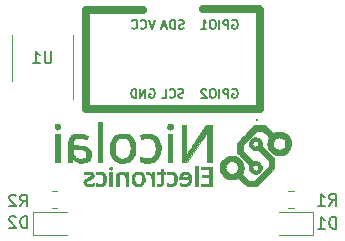
<source format=gbr>
%TF.GenerationSoftware,KiCad,Pcbnew,(6.0.4)*%
%TF.CreationDate,2022-04-09T23:31:34+02:00*%
%TF.ProjectId,cloud,636c6f75-642e-46b6-9963-61645f706362,rev?*%
%TF.SameCoordinates,Original*%
%TF.FileFunction,Legend,Bot*%
%TF.FilePolarity,Positive*%
%FSLAX46Y46*%
G04 Gerber Fmt 4.6, Leading zero omitted, Abs format (unit mm)*
G04 Created by KiCad (PCBNEW (6.0.4)) date 2022-04-09 23:31:34*
%MOMM*%
%LPD*%
G01*
G04 APERTURE LIST*
%ADD10C,0.150000*%
%ADD11C,0.700000*%
%ADD12C,0.010000*%
%ADD13C,0.120000*%
G04 APERTURE END LIST*
D10*
%TO.C,X1*%
X-1540000Y3204714D02*
X-1790000Y2454714D01*
X-2040000Y3204714D01*
X-2718571Y2526142D02*
X-2682857Y2490428D01*
X-2575714Y2454714D01*
X-2504285Y2454714D01*
X-2397142Y2490428D01*
X-2325714Y2561857D01*
X-2290000Y2633285D01*
X-2254285Y2776142D01*
X-2254285Y2883285D01*
X-2290000Y3026142D01*
X-2325714Y3097571D01*
X-2397142Y3169000D01*
X-2504285Y3204714D01*
X-2575714Y3204714D01*
X-2682857Y3169000D01*
X-2718571Y3133285D01*
X-3468571Y2526142D02*
X-3432857Y2490428D01*
X-3325714Y2454714D01*
X-3254285Y2454714D01*
X-3147142Y2490428D01*
X-3075714Y2561857D01*
X-3040000Y2633285D01*
X-3004285Y2776142D01*
X-3004285Y2883285D01*
X-3040000Y3026142D01*
X-3075714Y3097571D01*
X-3147142Y3169000D01*
X-3254285Y3204714D01*
X-3325714Y3204714D01*
X-3432857Y3169000D01*
X-3468571Y3133285D01*
X5044142Y-2673000D02*
X5115571Y-2637285D01*
X5222714Y-2637285D01*
X5329857Y-2673000D01*
X5401285Y-2744428D01*
X5437000Y-2815857D01*
X5472714Y-2958714D01*
X5472714Y-3065857D01*
X5437000Y-3208714D01*
X5401285Y-3280142D01*
X5329857Y-3351571D01*
X5222714Y-3387285D01*
X5151285Y-3387285D01*
X5044142Y-3351571D01*
X5008428Y-3315857D01*
X5008428Y-3065857D01*
X5151285Y-3065857D01*
X4687000Y-3387285D02*
X4687000Y-2637285D01*
X4401285Y-2637285D01*
X4329857Y-2673000D01*
X4294142Y-2708714D01*
X4258428Y-2780142D01*
X4258428Y-2887285D01*
X4294142Y-2958714D01*
X4329857Y-2994428D01*
X4401285Y-3030142D01*
X4687000Y-3030142D01*
X3937000Y-3387285D02*
X3937000Y-2637285D01*
X3437000Y-2637285D02*
X3294142Y-2637285D01*
X3222714Y-2673000D01*
X3151285Y-2744428D01*
X3115571Y-2887285D01*
X3115571Y-3137285D01*
X3151285Y-3280142D01*
X3222714Y-3351571D01*
X3294142Y-3387285D01*
X3437000Y-3387285D01*
X3508428Y-3351571D01*
X3579857Y-3280142D01*
X3615571Y-3137285D01*
X3615571Y-2887285D01*
X3579857Y-2744428D01*
X3508428Y-2673000D01*
X3437000Y-2637285D01*
X2829857Y-2708714D02*
X2794142Y-2673000D01*
X2722714Y-2637285D01*
X2544142Y-2637285D01*
X2472714Y-2673000D01*
X2437000Y-2708714D01*
X2401285Y-2780142D01*
X2401285Y-2851571D01*
X2437000Y-2958714D01*
X2865571Y-3387285D01*
X2401285Y-3387285D01*
X-1968571Y-2673000D02*
X-1897142Y-2637285D01*
X-1790000Y-2637285D01*
X-1682857Y-2673000D01*
X-1611428Y-2744428D01*
X-1575714Y-2815857D01*
X-1540000Y-2958714D01*
X-1540000Y-3065857D01*
X-1575714Y-3208714D01*
X-1611428Y-3280142D01*
X-1682857Y-3351571D01*
X-1790000Y-3387285D01*
X-1861428Y-3387285D01*
X-1968571Y-3351571D01*
X-2004285Y-3315857D01*
X-2004285Y-3065857D01*
X-1861428Y-3065857D01*
X-2325714Y-3387285D02*
X-2325714Y-2637285D01*
X-2754285Y-3387285D01*
X-2754285Y-2637285D01*
X-3111428Y-3387285D02*
X-3111428Y-2637285D01*
X-3290000Y-2637285D01*
X-3397142Y-2673000D01*
X-3468571Y-2744428D01*
X-3504285Y-2815857D01*
X-3540000Y-2958714D01*
X-3540000Y-3065857D01*
X-3504285Y-3208714D01*
X-3468571Y-3280142D01*
X-3397142Y-3351571D01*
X-3290000Y-3387285D01*
X-3111428Y-3387285D01*
X5044142Y3169000D02*
X5115571Y3204714D01*
X5222714Y3204714D01*
X5329857Y3169000D01*
X5401285Y3097571D01*
X5437000Y3026142D01*
X5472714Y2883285D01*
X5472714Y2776142D01*
X5437000Y2633285D01*
X5401285Y2561857D01*
X5329857Y2490428D01*
X5222714Y2454714D01*
X5151285Y2454714D01*
X5044142Y2490428D01*
X5008428Y2526142D01*
X5008428Y2776142D01*
X5151285Y2776142D01*
X4687000Y2454714D02*
X4687000Y3204714D01*
X4401285Y3204714D01*
X4329857Y3169000D01*
X4294142Y3133285D01*
X4258428Y3061857D01*
X4258428Y2954714D01*
X4294142Y2883285D01*
X4329857Y2847571D01*
X4401285Y2811857D01*
X4687000Y2811857D01*
X3937000Y2454714D02*
X3937000Y3204714D01*
X3437000Y3204714D02*
X3294142Y3204714D01*
X3222714Y3169000D01*
X3151285Y3097571D01*
X3115571Y2954714D01*
X3115571Y2704714D01*
X3151285Y2561857D01*
X3222714Y2490428D01*
X3294142Y2454714D01*
X3437000Y2454714D01*
X3508428Y2490428D01*
X3579857Y2561857D01*
X3615571Y2704714D01*
X3615571Y2954714D01*
X3579857Y3097571D01*
X3508428Y3169000D01*
X3437000Y3204714D01*
X2401285Y2454714D02*
X2829857Y2454714D01*
X2615571Y2454714D02*
X2615571Y3204714D01*
X2687000Y3097571D01*
X2758428Y3026142D01*
X2829857Y2990428D01*
X892857Y-3351571D02*
X785714Y-3387285D01*
X607142Y-3387285D01*
X535714Y-3351571D01*
X500000Y-3315857D01*
X464285Y-3244428D01*
X464285Y-3173000D01*
X500000Y-3101571D01*
X535714Y-3065857D01*
X607142Y-3030142D01*
X750000Y-2994428D01*
X821428Y-2958714D01*
X857142Y-2923000D01*
X892857Y-2851571D01*
X892857Y-2780142D01*
X857142Y-2708714D01*
X821428Y-2673000D01*
X750000Y-2637285D01*
X571428Y-2637285D01*
X464285Y-2673000D01*
X-285714Y-3315857D02*
X-249999Y-3351571D01*
X-142857Y-3387285D01*
X-71428Y-3387285D01*
X35714Y-3351571D01*
X107142Y-3280142D01*
X142857Y-3208714D01*
X178571Y-3065857D01*
X178571Y-2958714D01*
X142857Y-2815857D01*
X107142Y-2744428D01*
X35714Y-2673000D01*
X-71428Y-2637285D01*
X-142857Y-2637285D01*
X-249999Y-2673000D01*
X-285714Y-2708714D01*
X-964285Y-3387285D02*
X-607142Y-3387285D01*
X-607142Y-2637285D01*
X910714Y2490428D02*
X803571Y2454714D01*
X624999Y2454714D01*
X553571Y2490428D01*
X517857Y2526142D01*
X482142Y2597571D01*
X482142Y2669000D01*
X517857Y2740428D01*
X553571Y2776142D01*
X624999Y2811857D01*
X767857Y2847571D01*
X839285Y2883285D01*
X874999Y2919000D01*
X910714Y2990428D01*
X910714Y3061857D01*
X874999Y3133285D01*
X839285Y3169000D01*
X767857Y3204714D01*
X589285Y3204714D01*
X482142Y3169000D01*
X160714Y2454714D02*
X160714Y3204714D01*
X-17857Y3204714D01*
X-124999Y3169000D01*
X-196428Y3097571D01*
X-232142Y3026142D01*
X-267857Y2883285D01*
X-267857Y2776142D01*
X-232142Y2633285D01*
X-196428Y2561857D01*
X-124999Y2490428D01*
X-17857Y2454714D01*
X160714Y2454714D01*
X-553571Y2669000D02*
X-910714Y2669000D01*
X-482142Y2454714D02*
X-732142Y3204714D01*
X-982142Y2454714D01*
%TO.C,R2*%
X-12914333Y-12579380D02*
X-12581000Y-12103190D01*
X-12342904Y-12579380D02*
X-12342904Y-11579380D01*
X-12723857Y-11579380D01*
X-12819095Y-11627000D01*
X-12866714Y-11674619D01*
X-12914333Y-11769857D01*
X-12914333Y-11912714D01*
X-12866714Y-12007952D01*
X-12819095Y-12055571D01*
X-12723857Y-12103190D01*
X-12342904Y-12103190D01*
X-13295285Y-11674619D02*
X-13342904Y-11627000D01*
X-13438142Y-11579380D01*
X-13676238Y-11579380D01*
X-13771476Y-11627000D01*
X-13819095Y-11674619D01*
X-13866714Y-11769857D01*
X-13866714Y-11865095D01*
X-13819095Y-12007952D01*
X-13247666Y-12579380D01*
X-13866714Y-12579380D01*
%TO.C,D1*%
X13819095Y-14452380D02*
X13819095Y-13452380D01*
X13581000Y-13452380D01*
X13438142Y-13500000D01*
X13342904Y-13595238D01*
X13295285Y-13690476D01*
X13247666Y-13880952D01*
X13247666Y-14023809D01*
X13295285Y-14214285D01*
X13342904Y-14309523D01*
X13438142Y-14404761D01*
X13581000Y-14452380D01*
X13819095Y-14452380D01*
X12295285Y-14452380D02*
X12866714Y-14452380D01*
X12581000Y-14452380D02*
X12581000Y-13452380D01*
X12676238Y-13595238D01*
X12771476Y-13690476D01*
X12866714Y-13738095D01*
%TO.C,R1*%
X13247666Y-12517380D02*
X13581000Y-12041190D01*
X13819095Y-12517380D02*
X13819095Y-11517380D01*
X13438142Y-11517380D01*
X13342904Y-11565000D01*
X13295285Y-11612619D01*
X13247666Y-11707857D01*
X13247666Y-11850714D01*
X13295285Y-11945952D01*
X13342904Y-11993571D01*
X13438142Y-12041190D01*
X13819095Y-12041190D01*
X12295285Y-12517380D02*
X12866714Y-12517380D01*
X12581000Y-12517380D02*
X12581000Y-11517380D01*
X12676238Y-11660238D01*
X12771476Y-11755476D01*
X12866714Y-11803095D01*
%TO.C,D2*%
X-12342904Y-14422380D02*
X-12342904Y-13422380D01*
X-12581000Y-13422380D01*
X-12723857Y-13470000D01*
X-12819095Y-13565238D01*
X-12866714Y-13660476D01*
X-12914333Y-13850952D01*
X-12914333Y-13993809D01*
X-12866714Y-14184285D01*
X-12819095Y-14279523D01*
X-12723857Y-14374761D01*
X-12581000Y-14422380D01*
X-12342904Y-14422380D01*
X-13295285Y-13517619D02*
X-13342904Y-13470000D01*
X-13438142Y-13422380D01*
X-13676238Y-13422380D01*
X-13771476Y-13470000D01*
X-13819095Y-13517619D01*
X-13866714Y-13612857D01*
X-13866714Y-13708095D01*
X-13819095Y-13850952D01*
X-13247666Y-14422380D01*
X-13866714Y-14422380D01*
%TO.C,U1*%
X-10287095Y547619D02*
X-10287095Y-261904D01*
X-10334714Y-357142D01*
X-10382333Y-404761D01*
X-10477571Y-452380D01*
X-10668047Y-452380D01*
X-10763285Y-404761D01*
X-10810904Y-357142D01*
X-10858523Y-261904D01*
X-10858523Y547619D01*
X-11858523Y-452380D02*
X-11287095Y-452380D01*
X-11572809Y-452380D02*
X-11572809Y547619D01*
X-11477571Y404761D01*
X-11382333Y309523D01*
X-11287095Y261904D01*
D11*
%TO.C,X1*%
X-7366000Y-4318000D02*
X7366000Y-4318000D01*
X-2540000Y4064000D02*
X-7366000Y4064000D01*
X7366000Y-4318000D02*
X7366000Y4064000D01*
X7279640Y4114800D02*
X2540000Y4114800D01*
X-7366000Y4064000D02*
X-7366000Y-4318000D01*
%TO.C,N2*%
G36*
X3280833Y-10836333D02*
G01*
X2391833Y-10836333D01*
X2391833Y-10645833D01*
X3069166Y-10645833D01*
X3069166Y-10116667D01*
X2434166Y-10116667D01*
X2434166Y-9905000D01*
X3069166Y-9905000D01*
X3069166Y-9439333D01*
X2391833Y-9439333D01*
X2391833Y-9248833D01*
X3280833Y-9248833D01*
X3280833Y-10836333D01*
G37*
D12*
X3280833Y-10836333D02*
X2391833Y-10836333D01*
X2391833Y-10645833D01*
X3069166Y-10645833D01*
X3069166Y-10116667D01*
X2434166Y-10116667D01*
X2434166Y-9905000D01*
X3069166Y-9905000D01*
X3069166Y-9439333D01*
X2391833Y-9439333D01*
X2391833Y-9248833D01*
X3280833Y-9248833D01*
X3280833Y-10836333D01*
G36*
X-4244898Y-9636630D02*
G01*
X-4141597Y-9670565D01*
X-4063423Y-9725697D01*
X-4040304Y-9749023D01*
X-4003987Y-9774219D01*
X-3984886Y-9762874D01*
X-3979334Y-9714500D01*
X-3978795Y-9690544D01*
X-3970395Y-9663469D01*
X-3942654Y-9652841D01*
X-3884084Y-9651000D01*
X-3788834Y-9651000D01*
X-3788834Y-10836333D01*
X-4000500Y-10836333D01*
X-4000500Y-10498708D01*
X-4000621Y-10449451D01*
X-4003548Y-10287232D01*
X-4011146Y-10159938D01*
X-4024429Y-10061815D01*
X-4044409Y-9987106D01*
X-4072099Y-9930057D01*
X-4108511Y-9884912D01*
X-4131706Y-9864495D01*
X-4216532Y-9820004D01*
X-4312301Y-9803256D01*
X-4407726Y-9813553D01*
X-4491519Y-9850192D01*
X-4552393Y-9912474D01*
X-4565003Y-9935981D01*
X-4575722Y-9966714D01*
X-4583334Y-10008175D01*
X-4588357Y-10066685D01*
X-4591311Y-10148563D01*
X-4592715Y-10260131D01*
X-4593088Y-10407708D01*
X-4593167Y-10836333D01*
X-4804834Y-10836333D01*
X-4803904Y-10386542D01*
X-4803802Y-10351302D01*
X-4802099Y-10185074D01*
X-4797853Y-10054413D01*
X-4790240Y-9953638D01*
X-4778438Y-9877068D01*
X-4761625Y-9819020D01*
X-4738977Y-9773812D01*
X-4709672Y-9735764D01*
X-4681069Y-9709293D01*
X-4591410Y-9660222D01*
X-4481219Y-9631636D01*
X-4361910Y-9623712D01*
X-4244898Y-9636630D01*
G37*
X-4244898Y-9636630D02*
X-4141597Y-9670565D01*
X-4063423Y-9725697D01*
X-4040304Y-9749023D01*
X-4003987Y-9774219D01*
X-3984886Y-9762874D01*
X-3979334Y-9714500D01*
X-3978795Y-9690544D01*
X-3970395Y-9663469D01*
X-3942654Y-9652841D01*
X-3884084Y-9651000D01*
X-3788834Y-9651000D01*
X-3788834Y-10836333D01*
X-4000500Y-10836333D01*
X-4000500Y-10498708D01*
X-4000621Y-10449451D01*
X-4003548Y-10287232D01*
X-4011146Y-10159938D01*
X-4024429Y-10061815D01*
X-4044409Y-9987106D01*
X-4072099Y-9930057D01*
X-4108511Y-9884912D01*
X-4131706Y-9864495D01*
X-4216532Y-9820004D01*
X-4312301Y-9803256D01*
X-4407726Y-9813553D01*
X-4491519Y-9850192D01*
X-4552393Y-9912474D01*
X-4565003Y-9935981D01*
X-4575722Y-9966714D01*
X-4583334Y-10008175D01*
X-4588357Y-10066685D01*
X-4591311Y-10148563D01*
X-4592715Y-10260131D01*
X-4593088Y-10407708D01*
X-4593167Y-10836333D01*
X-4804834Y-10836333D01*
X-4803904Y-10386542D01*
X-4803802Y-10351302D01*
X-4802099Y-10185074D01*
X-4797853Y-10054413D01*
X-4790240Y-9953638D01*
X-4778438Y-9877068D01*
X-4761625Y-9819020D01*
X-4738977Y-9773812D01*
X-4709672Y-9735764D01*
X-4681069Y-9709293D01*
X-4591410Y-9660222D01*
X-4481219Y-9631636D01*
X-4361910Y-9623712D01*
X-4244898Y-9636630D01*
G36*
X-71501Y-9639642D02*
G01*
X17419Y-9662554D01*
X90256Y-9703688D01*
X176991Y-9781026D01*
X249403Y-9875191D01*
X295265Y-9972539D01*
X306064Y-10010976D01*
X334819Y-10180192D01*
X333336Y-10342299D01*
X303275Y-10491477D01*
X246299Y-10621906D01*
X164066Y-10727768D01*
X58238Y-10803241D01*
X37841Y-10813092D01*
X-33808Y-10840337D01*
X-109464Y-10853853D01*
X-208075Y-10857500D01*
X-297437Y-10854220D01*
X-384056Y-10845401D01*
X-447336Y-10832983D01*
X-485266Y-10820731D01*
X-515690Y-10801880D01*
X-527306Y-10768592D01*
X-529167Y-10706922D01*
X-529167Y-10605378D01*
X-439209Y-10637234D01*
X-406073Y-10647142D01*
X-319588Y-10664179D01*
X-232834Y-10672399D01*
X-193221Y-10672147D01*
X-82926Y-10651641D01*
X1138Y-10600103D01*
X59961Y-10516293D01*
X94530Y-10398968D01*
X105833Y-10246887D01*
X101594Y-10136309D01*
X83526Y-10032056D01*
X48655Y-9952071D01*
X-5810Y-9887357D01*
X-69471Y-9845565D01*
X-175333Y-9817984D01*
X-303579Y-9820620D01*
X-449775Y-9853807D01*
X-471531Y-9856007D01*
X-491706Y-9840491D01*
X-511954Y-9798713D01*
X-537255Y-9723241D01*
X-537942Y-9720976D01*
X-539489Y-9692209D01*
X-517107Y-9672116D01*
X-461968Y-9652392D01*
X-414885Y-9641183D01*
X-304499Y-9628599D01*
X-184422Y-9628204D01*
X-71501Y-9639642D01*
G37*
X-71501Y-9639642D02*
X17419Y-9662554D01*
X90256Y-9703688D01*
X176991Y-9781026D01*
X249403Y-9875191D01*
X295265Y-9972539D01*
X306064Y-10010976D01*
X334819Y-10180192D01*
X333336Y-10342299D01*
X303275Y-10491477D01*
X246299Y-10621906D01*
X164066Y-10727768D01*
X58238Y-10803241D01*
X37841Y-10813092D01*
X-33808Y-10840337D01*
X-109464Y-10853853D01*
X-208075Y-10857500D01*
X-297437Y-10854220D01*
X-384056Y-10845401D01*
X-447336Y-10832983D01*
X-485266Y-10820731D01*
X-515690Y-10801880D01*
X-527306Y-10768592D01*
X-529167Y-10706922D01*
X-529167Y-10605378D01*
X-439209Y-10637234D01*
X-406073Y-10647142D01*
X-319588Y-10664179D01*
X-232834Y-10672399D01*
X-193221Y-10672147D01*
X-82926Y-10651641D01*
X1138Y-10600103D01*
X59961Y-10516293D01*
X94530Y-10398968D01*
X105833Y-10246887D01*
X101594Y-10136309D01*
X83526Y-10032056D01*
X48655Y-9952071D01*
X-5810Y-9887357D01*
X-69471Y-9845565D01*
X-175333Y-9817984D01*
X-303579Y-9820620D01*
X-449775Y-9853807D01*
X-471531Y-9856007D01*
X-491706Y-9840491D01*
X-511954Y-9798713D01*
X-537255Y-9723241D01*
X-537942Y-9720976D01*
X-539489Y-9692209D01*
X-517107Y-9672116D01*
X-461968Y-9652392D01*
X-414885Y-9641183D01*
X-304499Y-9628599D01*
X-184422Y-9628204D01*
X-71501Y-9639642D01*
G36*
X-5207125Y-9213682D02*
G01*
X-5168900Y-9231900D01*
X-5153660Y-9257601D01*
X-5144329Y-9316538D01*
X-5152305Y-9379929D01*
X-5176762Y-9427238D01*
X-5198406Y-9443970D01*
X-5262802Y-9459337D01*
X-5335392Y-9438588D01*
X-5338839Y-9436634D01*
X-5367641Y-9401333D01*
X-5376334Y-9336988D01*
X-5376128Y-9323607D01*
X-5363058Y-9254756D01*
X-5326013Y-9217616D01*
X-5259917Y-9206500D01*
X-5207125Y-9213682D01*
G37*
X-5207125Y-9213682D02*
X-5168900Y-9231900D01*
X-5153660Y-9257601D01*
X-5144329Y-9316538D01*
X-5152305Y-9379929D01*
X-5176762Y-9427238D01*
X-5198406Y-9443970D01*
X-5262802Y-9459337D01*
X-5335392Y-9438588D01*
X-5338839Y-9436634D01*
X-5367641Y-9401333D01*
X-5376334Y-9336988D01*
X-5376128Y-9323607D01*
X-5363058Y-9254756D01*
X-5326013Y-9217616D01*
X-5259917Y-9206500D01*
X-5207125Y-9213682D01*
G36*
X-3168687Y-7726081D02*
G01*
X-3185805Y-7937874D01*
X-3223421Y-8120971D01*
X-3283927Y-8282483D01*
X-3369716Y-8429521D01*
X-3483181Y-8569196D01*
X-3487341Y-8573662D01*
X-3632997Y-8700286D01*
X-3802986Y-8794226D01*
X-4000500Y-8857258D01*
X-4023413Y-8862016D01*
X-4163516Y-8877805D01*
X-4320913Y-8878053D01*
X-4477290Y-8863435D01*
X-4614334Y-8834627D01*
X-4686843Y-8810361D01*
X-4865993Y-8721047D01*
X-5020903Y-8597949D01*
X-5150104Y-8442706D01*
X-5252124Y-8256954D01*
X-5325493Y-8042333D01*
X-5341231Y-7962152D01*
X-5355557Y-7825873D01*
X-5361314Y-7672685D01*
X-5360337Y-7619000D01*
X-4940040Y-7619000D01*
X-4939618Y-7674782D01*
X-4934752Y-7787125D01*
X-4925620Y-7891026D01*
X-4913503Y-7969555D01*
X-4868784Y-8115697D01*
X-4798059Y-8255443D01*
X-4708532Y-8370913D01*
X-4604868Y-8456178D01*
X-4491735Y-8505310D01*
X-4378374Y-8527755D01*
X-4201225Y-8535964D01*
X-4042018Y-8507627D01*
X-3902558Y-8443157D01*
X-3784655Y-8342969D01*
X-3711269Y-8238432D01*
X-3649195Y-8094724D01*
X-3607137Y-7929440D01*
X-3585137Y-7750861D01*
X-3583238Y-7567264D01*
X-3601482Y-7386928D01*
X-3639912Y-7218133D01*
X-3698570Y-7069158D01*
X-3777499Y-6948281D01*
X-3856169Y-6873206D01*
X-3966366Y-6810721D01*
X-4100660Y-6774826D01*
X-4265084Y-6763230D01*
X-4326770Y-6763864D01*
X-4418077Y-6769747D01*
X-4488212Y-6783537D01*
X-4550834Y-6807342D01*
X-4592919Y-6828915D01*
X-4716647Y-6922272D01*
X-4813183Y-7047877D01*
X-4882568Y-7205811D01*
X-4924840Y-7396158D01*
X-4940040Y-7619000D01*
X-5360337Y-7619000D01*
X-5358477Y-7516824D01*
X-5347020Y-7372523D01*
X-5326918Y-7254017D01*
X-5279009Y-7100626D01*
X-5192079Y-6919665D01*
X-5080370Y-6760476D01*
X-4948539Y-6629443D01*
X-4801240Y-6532954D01*
X-4759656Y-6512897D01*
X-4606179Y-6455071D01*
X-4446320Y-6422870D01*
X-4264239Y-6412751D01*
X-4207486Y-6413543D01*
X-4002131Y-6434172D01*
X-3821797Y-6484395D01*
X-3660320Y-6566420D01*
X-3511533Y-6682456D01*
X-3469768Y-6723016D01*
X-3355530Y-6861375D01*
X-3269965Y-7016188D01*
X-3211246Y-7192479D01*
X-3177546Y-7395269D01*
X-3169833Y-7567264D01*
X-3167039Y-7629583D01*
X-3168687Y-7726081D01*
G37*
X-3168687Y-7726081D02*
X-3185805Y-7937874D01*
X-3223421Y-8120971D01*
X-3283927Y-8282483D01*
X-3369716Y-8429521D01*
X-3483181Y-8569196D01*
X-3487341Y-8573662D01*
X-3632997Y-8700286D01*
X-3802986Y-8794226D01*
X-4000500Y-8857258D01*
X-4023413Y-8862016D01*
X-4163516Y-8877805D01*
X-4320913Y-8878053D01*
X-4477290Y-8863435D01*
X-4614334Y-8834627D01*
X-4686843Y-8810361D01*
X-4865993Y-8721047D01*
X-5020903Y-8597949D01*
X-5150104Y-8442706D01*
X-5252124Y-8256954D01*
X-5325493Y-8042333D01*
X-5341231Y-7962152D01*
X-5355557Y-7825873D01*
X-5361314Y-7672685D01*
X-5360337Y-7619000D01*
X-4940040Y-7619000D01*
X-4939618Y-7674782D01*
X-4934752Y-7787125D01*
X-4925620Y-7891026D01*
X-4913503Y-7969555D01*
X-4868784Y-8115697D01*
X-4798059Y-8255443D01*
X-4708532Y-8370913D01*
X-4604868Y-8456178D01*
X-4491735Y-8505310D01*
X-4378374Y-8527755D01*
X-4201225Y-8535964D01*
X-4042018Y-8507627D01*
X-3902558Y-8443157D01*
X-3784655Y-8342969D01*
X-3711269Y-8238432D01*
X-3649195Y-8094724D01*
X-3607137Y-7929440D01*
X-3585137Y-7750861D01*
X-3583238Y-7567264D01*
X-3601482Y-7386928D01*
X-3639912Y-7218133D01*
X-3698570Y-7069158D01*
X-3777499Y-6948281D01*
X-3856169Y-6873206D01*
X-3966366Y-6810721D01*
X-4100660Y-6774826D01*
X-4265084Y-6763230D01*
X-4326770Y-6763864D01*
X-4418077Y-6769747D01*
X-4488212Y-6783537D01*
X-4550834Y-6807342D01*
X-4592919Y-6828915D01*
X-4716647Y-6922272D01*
X-4813183Y-7047877D01*
X-4882568Y-7205811D01*
X-4924840Y-7396158D01*
X-4940040Y-7619000D01*
X-5360337Y-7619000D01*
X-5358477Y-7516824D01*
X-5347020Y-7372523D01*
X-5326918Y-7254017D01*
X-5279009Y-7100626D01*
X-5192079Y-6919665D01*
X-5080370Y-6760476D01*
X-4948539Y-6629443D01*
X-4801240Y-6532954D01*
X-4759656Y-6512897D01*
X-4606179Y-6455071D01*
X-4446320Y-6422870D01*
X-4264239Y-6412751D01*
X-4207486Y-6413543D01*
X-4002131Y-6434172D01*
X-3821797Y-6484395D01*
X-3660320Y-6566420D01*
X-3511533Y-6682456D01*
X-3469768Y-6723016D01*
X-3355530Y-6861375D01*
X-3269965Y-7016188D01*
X-3211246Y-7192479D01*
X-3177546Y-7395269D01*
X-3169833Y-7567264D01*
X-3167039Y-7629583D01*
X-3168687Y-7726081D01*
G36*
X-6976025Y-8466337D02*
G01*
X-6986761Y-8496692D01*
X-7057446Y-8621488D01*
X-7162039Y-8725304D01*
X-7296578Y-8804924D01*
X-7457103Y-8857130D01*
X-7668679Y-8884673D01*
X-7870004Y-8874094D01*
X-8057357Y-8826217D01*
X-8227291Y-8741922D01*
X-8376359Y-8622091D01*
X-8487134Y-8511461D01*
X-8506658Y-8589105D01*
X-8508178Y-8595179D01*
X-8526861Y-8672871D01*
X-8544777Y-8751417D01*
X-8563371Y-8836083D01*
X-8717490Y-8842330D01*
X-8871610Y-8848577D01*
X-8864085Y-7910997D01*
X-8863255Y-7808383D01*
X-8862095Y-7682500D01*
X-8472887Y-7682500D01*
X-8461068Y-7880593D01*
X-8457081Y-7932211D01*
X-8426394Y-8106355D01*
X-8369770Y-8248576D01*
X-8285523Y-8361315D01*
X-8171968Y-8447013D01*
X-8027418Y-8508108D01*
X-7964358Y-8525279D01*
X-7812819Y-8546903D01*
X-7675294Y-8539020D01*
X-7556376Y-8503413D01*
X-7460662Y-8441864D01*
X-7392746Y-8356156D01*
X-7357221Y-8248071D01*
X-7355711Y-8127112D01*
X-7390705Y-8004639D01*
X-7460129Y-7898325D01*
X-7559998Y-7814109D01*
X-7686323Y-7757929D01*
X-7736332Y-7745760D01*
X-7840444Y-7727384D01*
X-7966862Y-7710593D01*
X-8103456Y-7696736D01*
X-8238096Y-7687160D01*
X-8358652Y-7683213D01*
X-8472887Y-7682500D01*
X-8862095Y-7682500D01*
X-8861169Y-7581963D01*
X-8858554Y-7392250D01*
X-8854795Y-7235236D01*
X-8849279Y-7106911D01*
X-8841391Y-7003269D01*
X-8830518Y-6920300D01*
X-8816046Y-6853996D01*
X-8797360Y-6800348D01*
X-8773847Y-6755348D01*
X-8744892Y-6714988D01*
X-8709882Y-6675260D01*
X-8668203Y-6632154D01*
X-8602909Y-6570900D01*
X-8519938Y-6511520D01*
X-8428769Y-6469877D01*
X-8321011Y-6443275D01*
X-8188274Y-6429014D01*
X-8022167Y-6424397D01*
X-7920501Y-6424746D01*
X-7813924Y-6428243D01*
X-7728019Y-6436376D01*
X-7650484Y-6450429D01*
X-7569015Y-6471687D01*
X-7565328Y-6472755D01*
X-7450835Y-6508429D01*
X-7349888Y-6544488D01*
X-7269321Y-6578090D01*
X-7215969Y-6606391D01*
X-7196667Y-6626550D01*
X-7196693Y-6627174D01*
X-7204870Y-6656578D01*
X-7224846Y-6712854D01*
X-7252516Y-6784396D01*
X-7265720Y-6816539D01*
X-7295646Y-6878995D01*
X-7319827Y-6908878D01*
X-7342474Y-6912169D01*
X-7362872Y-6905084D01*
X-7418679Y-6885590D01*
X-7497163Y-6858115D01*
X-7588250Y-6826184D01*
X-7716715Y-6786785D01*
X-7894771Y-6753499D01*
X-8052685Y-6750828D01*
X-8188081Y-6778188D01*
X-8298585Y-6834995D01*
X-8381821Y-6920664D01*
X-8435414Y-7034612D01*
X-8437092Y-7040542D01*
X-8448803Y-7097974D01*
X-8458575Y-7170767D01*
X-8465563Y-7247471D01*
X-8468922Y-7316639D01*
X-8467807Y-7366822D01*
X-8461375Y-7386571D01*
X-8447434Y-7387379D01*
X-8397310Y-7390214D01*
X-8317410Y-7394707D01*
X-8214726Y-7400466D01*
X-8096250Y-7407098D01*
X-8089381Y-7407486D01*
X-7849144Y-7426892D01*
X-7645888Y-7456296D01*
X-7475273Y-7496992D01*
X-7332958Y-7550278D01*
X-7214603Y-7617448D01*
X-7115867Y-7699800D01*
X-7031839Y-7804974D01*
X-6964692Y-7948790D01*
X-6932439Y-8110072D01*
X-6932782Y-8127112D01*
X-6935933Y-8284146D01*
X-6976025Y-8466337D01*
G37*
X-6976025Y-8466337D02*
X-6986761Y-8496692D01*
X-7057446Y-8621488D01*
X-7162039Y-8725304D01*
X-7296578Y-8804924D01*
X-7457103Y-8857130D01*
X-7668679Y-8884673D01*
X-7870004Y-8874094D01*
X-8057357Y-8826217D01*
X-8227291Y-8741922D01*
X-8376359Y-8622091D01*
X-8487134Y-8511461D01*
X-8506658Y-8589105D01*
X-8508178Y-8595179D01*
X-8526861Y-8672871D01*
X-8544777Y-8751417D01*
X-8563371Y-8836083D01*
X-8717490Y-8842330D01*
X-8871610Y-8848577D01*
X-8864085Y-7910997D01*
X-8863255Y-7808383D01*
X-8862095Y-7682500D01*
X-8472887Y-7682500D01*
X-8461068Y-7880593D01*
X-8457081Y-7932211D01*
X-8426394Y-8106355D01*
X-8369770Y-8248576D01*
X-8285523Y-8361315D01*
X-8171968Y-8447013D01*
X-8027418Y-8508108D01*
X-7964358Y-8525279D01*
X-7812819Y-8546903D01*
X-7675294Y-8539020D01*
X-7556376Y-8503413D01*
X-7460662Y-8441864D01*
X-7392746Y-8356156D01*
X-7357221Y-8248071D01*
X-7355711Y-8127112D01*
X-7390705Y-8004639D01*
X-7460129Y-7898325D01*
X-7559998Y-7814109D01*
X-7686323Y-7757929D01*
X-7736332Y-7745760D01*
X-7840444Y-7727384D01*
X-7966862Y-7710593D01*
X-8103456Y-7696736D01*
X-8238096Y-7687160D01*
X-8358652Y-7683213D01*
X-8472887Y-7682500D01*
X-8862095Y-7682500D01*
X-8861169Y-7581963D01*
X-8858554Y-7392250D01*
X-8854795Y-7235236D01*
X-8849279Y-7106911D01*
X-8841391Y-7003269D01*
X-8830518Y-6920300D01*
X-8816046Y-6853996D01*
X-8797360Y-6800348D01*
X-8773847Y-6755348D01*
X-8744892Y-6714988D01*
X-8709882Y-6675260D01*
X-8668203Y-6632154D01*
X-8602909Y-6570900D01*
X-8519938Y-6511520D01*
X-8428769Y-6469877D01*
X-8321011Y-6443275D01*
X-8188274Y-6429014D01*
X-8022167Y-6424397D01*
X-7920501Y-6424746D01*
X-7813924Y-6428243D01*
X-7728019Y-6436376D01*
X-7650484Y-6450429D01*
X-7569015Y-6471687D01*
X-7565328Y-6472755D01*
X-7450835Y-6508429D01*
X-7349888Y-6544488D01*
X-7269321Y-6578090D01*
X-7215969Y-6606391D01*
X-7196667Y-6626550D01*
X-7196693Y-6627174D01*
X-7204870Y-6656578D01*
X-7224846Y-6712854D01*
X-7252516Y-6784396D01*
X-7265720Y-6816539D01*
X-7295646Y-6878995D01*
X-7319827Y-6908878D01*
X-7342474Y-6912169D01*
X-7362872Y-6905084D01*
X-7418679Y-6885590D01*
X-7497163Y-6858115D01*
X-7588250Y-6826184D01*
X-7716715Y-6786785D01*
X-7894771Y-6753499D01*
X-8052685Y-6750828D01*
X-8188081Y-6778188D01*
X-8298585Y-6834995D01*
X-8381821Y-6920664D01*
X-8435414Y-7034612D01*
X-8437092Y-7040542D01*
X-8448803Y-7097974D01*
X-8458575Y-7170767D01*
X-8465563Y-7247471D01*
X-8468922Y-7316639D01*
X-8467807Y-7366822D01*
X-8461375Y-7386571D01*
X-8447434Y-7387379D01*
X-8397310Y-7390214D01*
X-8317410Y-7394707D01*
X-8214726Y-7400466D01*
X-8096250Y-7407098D01*
X-8089381Y-7407486D01*
X-7849144Y-7426892D01*
X-7645888Y-7456296D01*
X-7475273Y-7496992D01*
X-7332958Y-7550278D01*
X-7214603Y-7617448D01*
X-7115867Y-7699800D01*
X-7031839Y-7804974D01*
X-6964692Y-7948790D01*
X-6932439Y-8110072D01*
X-6932782Y-8127112D01*
X-6935933Y-8284146D01*
X-6976025Y-8466337D01*
G36*
X-7095644Y-9629542D02*
G01*
X-6977708Y-9644924D01*
X-6885968Y-9673998D01*
X-6837610Y-9700682D01*
X-6761667Y-9768295D01*
X-6722109Y-9854026D01*
X-6715702Y-9963371D01*
X-6717382Y-9982513D01*
X-6728966Y-10044811D01*
X-6753050Y-10097101D01*
X-6795030Y-10144447D01*
X-6860299Y-10191912D01*
X-6954250Y-10244557D01*
X-7082276Y-10307445D01*
X-7102724Y-10317242D01*
X-7196339Y-10364606D01*
X-7274197Y-10407994D01*
X-7328675Y-10442955D01*
X-7352151Y-10465039D01*
X-7362996Y-10537677D01*
X-7338456Y-10598845D01*
X-7283417Y-10645534D01*
X-7203164Y-10675764D01*
X-7102980Y-10687555D01*
X-6988151Y-10678928D01*
X-6863960Y-10647905D01*
X-6798165Y-10626196D01*
X-6745446Y-10609779D01*
X-6721085Y-10603500D01*
X-6719900Y-10604267D01*
X-6714543Y-10629000D01*
X-6710879Y-10676641D01*
X-6709416Y-10730921D01*
X-6710662Y-10775570D01*
X-6715125Y-10794319D01*
X-6719340Y-10795460D01*
X-6752040Y-10806728D01*
X-6805084Y-10826075D01*
X-6878799Y-10843851D01*
X-6984455Y-10853789D01*
X-7102758Y-10854189D01*
X-7220128Y-10845569D01*
X-7322985Y-10828452D01*
X-7397750Y-10803357D01*
X-7419367Y-10790983D01*
X-7496525Y-10720438D01*
X-7548043Y-10628592D01*
X-7571154Y-10526041D01*
X-7563091Y-10423381D01*
X-7521085Y-10331207D01*
X-7513275Y-10322032D01*
X-7466074Y-10283729D01*
X-7395170Y-10239145D01*
X-7312382Y-10195941D01*
X-7234662Y-10159178D01*
X-7118356Y-10102874D01*
X-7033708Y-10058742D01*
X-6976248Y-10023328D01*
X-6941502Y-9993181D01*
X-6925000Y-9964847D01*
X-6922270Y-9934873D01*
X-6928839Y-9899808D01*
X-6956043Y-9853320D01*
X-7018279Y-9817646D01*
X-7108278Y-9801931D01*
X-7220478Y-9807048D01*
X-7349313Y-9833868D01*
X-7406606Y-9848627D01*
X-7458667Y-9858905D01*
X-7482317Y-9859239D01*
X-7484766Y-9855919D01*
X-7501239Y-9823951D01*
X-7524021Y-9772425D01*
X-7556396Y-9694942D01*
X-7445323Y-9661630D01*
X-7354245Y-9641089D01*
X-7225812Y-9628161D01*
X-7095644Y-9629542D01*
G37*
X-7095644Y-9629542D02*
X-6977708Y-9644924D01*
X-6885968Y-9673998D01*
X-6837610Y-9700682D01*
X-6761667Y-9768295D01*
X-6722109Y-9854026D01*
X-6715702Y-9963371D01*
X-6717382Y-9982513D01*
X-6728966Y-10044811D01*
X-6753050Y-10097101D01*
X-6795030Y-10144447D01*
X-6860299Y-10191912D01*
X-6954250Y-10244557D01*
X-7082276Y-10307445D01*
X-7102724Y-10317242D01*
X-7196339Y-10364606D01*
X-7274197Y-10407994D01*
X-7328675Y-10442955D01*
X-7352151Y-10465039D01*
X-7362996Y-10537677D01*
X-7338456Y-10598845D01*
X-7283417Y-10645534D01*
X-7203164Y-10675764D01*
X-7102980Y-10687555D01*
X-6988151Y-10678928D01*
X-6863960Y-10647905D01*
X-6798165Y-10626196D01*
X-6745446Y-10609779D01*
X-6721085Y-10603500D01*
X-6719900Y-10604267D01*
X-6714543Y-10629000D01*
X-6710879Y-10676641D01*
X-6709416Y-10730921D01*
X-6710662Y-10775570D01*
X-6715125Y-10794319D01*
X-6719340Y-10795460D01*
X-6752040Y-10806728D01*
X-6805084Y-10826075D01*
X-6878799Y-10843851D01*
X-6984455Y-10853789D01*
X-7102758Y-10854189D01*
X-7220128Y-10845569D01*
X-7322985Y-10828452D01*
X-7397750Y-10803357D01*
X-7419367Y-10790983D01*
X-7496525Y-10720438D01*
X-7548043Y-10628592D01*
X-7571154Y-10526041D01*
X-7563091Y-10423381D01*
X-7521085Y-10331207D01*
X-7513275Y-10322032D01*
X-7466074Y-10283729D01*
X-7395170Y-10239145D01*
X-7312382Y-10195941D01*
X-7234662Y-10159178D01*
X-7118356Y-10102874D01*
X-7033708Y-10058742D01*
X-6976248Y-10023328D01*
X-6941502Y-9993181D01*
X-6925000Y-9964847D01*
X-6922270Y-9934873D01*
X-6928839Y-9899808D01*
X-6956043Y-9853320D01*
X-7018279Y-9817646D01*
X-7108278Y-9801931D01*
X-7220478Y-9807048D01*
X-7349313Y-9833868D01*
X-7406606Y-9848627D01*
X-7458667Y-9858905D01*
X-7482317Y-9859239D01*
X-7484766Y-9855919D01*
X-7501239Y-9823951D01*
X-7524021Y-9772425D01*
X-7556396Y-9694942D01*
X-7445323Y-9661630D01*
X-7354245Y-9641089D01*
X-7225812Y-9628161D01*
X-7095644Y-9629542D01*
G36*
X-5969000Y-8846667D02*
G01*
X-6371167Y-8846667D01*
X-6371167Y-5460000D01*
X-5969000Y-5460000D01*
X-5969000Y-8846667D01*
G37*
X-5969000Y-8846667D02*
X-6371167Y-8846667D01*
X-6371167Y-5460000D01*
X-5969000Y-5460000D01*
X-5969000Y-8846667D01*
G36*
X-42334Y-8846667D02*
G01*
X-444500Y-8846667D01*
X-444500Y-6454833D01*
X-42334Y-6454833D01*
X-42334Y-8846667D01*
G37*
X-42334Y-8846667D02*
X-444500Y-8846667D01*
X-444500Y-6454833D01*
X-42334Y-6454833D01*
X-42334Y-8846667D01*
G36*
X-2398203Y-10349621D02*
G01*
X-2433479Y-10504004D01*
X-2497078Y-10637283D01*
X-2586080Y-10743981D01*
X-2697569Y-10818617D01*
X-2726000Y-10830606D01*
X-2786120Y-10846706D01*
X-2861331Y-10853527D01*
X-2965050Y-10852783D01*
X-2987807Y-10851990D01*
X-3075770Y-10846488D01*
X-3138900Y-10835586D01*
X-3191670Y-10815743D01*
X-3248555Y-10783417D01*
X-3339367Y-10709823D01*
X-3416171Y-10603500D01*
X-3433440Y-10572393D01*
X-3456241Y-10525434D01*
X-3470483Y-10480061D01*
X-3478173Y-10425294D01*
X-3481315Y-10350156D01*
X-3481917Y-10243667D01*
X-3481898Y-10233083D01*
X-3270250Y-10233083D01*
X-3263314Y-10368023D01*
X-3238983Y-10480838D01*
X-3194953Y-10566546D01*
X-3128952Y-10631548D01*
X-3077758Y-10658731D01*
X-2982901Y-10680495D01*
X-2882247Y-10678728D01*
X-2794114Y-10652297D01*
X-2724458Y-10602145D01*
X-2663599Y-10514776D01*
X-2627437Y-10396098D01*
X-2615013Y-10243925D01*
X-2619924Y-10130088D01*
X-2643773Y-10013382D01*
X-2689630Y-9923331D01*
X-2759963Y-9853283D01*
X-2781596Y-9839853D01*
X-2863304Y-9813963D01*
X-2959368Y-9807772D01*
X-3052603Y-9821232D01*
X-3125823Y-9854296D01*
X-3148044Y-9871761D01*
X-3206936Y-9933768D01*
X-3244522Y-10008331D01*
X-3264421Y-10104940D01*
X-3270250Y-10233083D01*
X-3481898Y-10233083D01*
X-3481826Y-10193792D01*
X-3480253Y-10101209D01*
X-3475249Y-10035441D01*
X-3464931Y-9985585D01*
X-3447417Y-9940740D01*
X-3420823Y-9890004D01*
X-3416567Y-9882437D01*
X-3331427Y-9768216D01*
X-3224776Y-9688475D01*
X-3093783Y-9641674D01*
X-2935616Y-9626275D01*
X-2905589Y-9626821D01*
X-2754083Y-9650404D01*
X-2627177Y-9707731D01*
X-2526185Y-9797308D01*
X-2452421Y-9917641D01*
X-2407199Y-10067237D01*
X-2391892Y-10243925D01*
X-2391834Y-10244600D01*
X-2398203Y-10349621D01*
G37*
X-2398203Y-10349621D02*
X-2433479Y-10504004D01*
X-2497078Y-10637283D01*
X-2586080Y-10743981D01*
X-2697569Y-10818617D01*
X-2726000Y-10830606D01*
X-2786120Y-10846706D01*
X-2861331Y-10853527D01*
X-2965050Y-10852783D01*
X-2987807Y-10851990D01*
X-3075770Y-10846488D01*
X-3138900Y-10835586D01*
X-3191670Y-10815743D01*
X-3248555Y-10783417D01*
X-3339367Y-10709823D01*
X-3416171Y-10603500D01*
X-3433440Y-10572393D01*
X-3456241Y-10525434D01*
X-3470483Y-10480061D01*
X-3478173Y-10425294D01*
X-3481315Y-10350156D01*
X-3481917Y-10243667D01*
X-3481898Y-10233083D01*
X-3270250Y-10233083D01*
X-3263314Y-10368023D01*
X-3238983Y-10480838D01*
X-3194953Y-10566546D01*
X-3128952Y-10631548D01*
X-3077758Y-10658731D01*
X-2982901Y-10680495D01*
X-2882247Y-10678728D01*
X-2794114Y-10652297D01*
X-2724458Y-10602145D01*
X-2663599Y-10514776D01*
X-2627437Y-10396098D01*
X-2615013Y-10243925D01*
X-2619924Y-10130088D01*
X-2643773Y-10013382D01*
X-2689630Y-9923331D01*
X-2759963Y-9853283D01*
X-2781596Y-9839853D01*
X-2863304Y-9813963D01*
X-2959368Y-9807772D01*
X-3052603Y-9821232D01*
X-3125823Y-9854296D01*
X-3148044Y-9871761D01*
X-3206936Y-9933768D01*
X-3244522Y-10008331D01*
X-3264421Y-10104940D01*
X-3270250Y-10233083D01*
X-3481898Y-10233083D01*
X-3481826Y-10193792D01*
X-3480253Y-10101209D01*
X-3475249Y-10035441D01*
X-3464931Y-9985585D01*
X-3447417Y-9940740D01*
X-3420823Y-9890004D01*
X-3416567Y-9882437D01*
X-3331427Y-9768216D01*
X-3224776Y-9688475D01*
X-3093783Y-9641674D01*
X-2935616Y-9626275D01*
X-2905589Y-9626821D01*
X-2754083Y-9650404D01*
X-2627177Y-9707731D01*
X-2526185Y-9797308D01*
X-2452421Y-9917641D01*
X-2407199Y-10067237D01*
X-2391892Y-10243925D01*
X-2391834Y-10244600D01*
X-2398203Y-10349621D01*
G36*
X-5143500Y-10836333D02*
G01*
X-5376334Y-10836333D01*
X-5376334Y-9651000D01*
X-5143500Y-9651000D01*
X-5143500Y-10836333D01*
G37*
X-5143500Y-10836333D02*
X-5376334Y-10836333D01*
X-5376334Y-9651000D01*
X-5143500Y-9651000D01*
X-5143500Y-10836333D01*
G36*
X7506051Y-9361369D02*
G01*
X7467093Y-9501614D01*
X7392915Y-9624242D01*
X7288709Y-9722624D01*
X7159668Y-9790134D01*
X7099387Y-9807268D01*
X6959277Y-9817739D01*
X6820347Y-9791642D01*
X6692421Y-9731546D01*
X6585323Y-9640018D01*
X6519875Y-9554744D01*
X6478917Y-9468892D01*
X6460179Y-9370945D01*
X6459231Y-9256857D01*
X6733067Y-9256857D01*
X6740588Y-9342871D01*
X6780826Y-9425523D01*
X6856147Y-9496906D01*
X6868757Y-9505162D01*
X6940446Y-9538408D01*
X7009174Y-9539132D01*
X7090833Y-9508092D01*
X7127050Y-9485326D01*
X7190241Y-9415436D01*
X7226938Y-9328668D01*
X7229944Y-9238946D01*
X7204246Y-9173899D01*
X7146843Y-9105290D01*
X7072389Y-9056036D01*
X6993796Y-9037167D01*
X6982787Y-9037345D01*
X6883122Y-9057726D01*
X6806701Y-9106377D01*
X6755894Y-9175390D01*
X6733067Y-9256857D01*
X6459231Y-9256857D01*
X6459148Y-9246840D01*
X6466416Y-9083615D01*
X5967310Y-8578336D01*
X5891535Y-8501455D01*
X5763285Y-8370179D01*
X5661398Y-8263875D01*
X5583205Y-8179550D01*
X5526038Y-8114207D01*
X5487230Y-8064854D01*
X5464112Y-8028494D01*
X5454018Y-8002133D01*
X5450884Y-7980098D01*
X5445936Y-7910256D01*
X5442517Y-7813151D01*
X5440625Y-7698719D01*
X5440260Y-7576900D01*
X5441421Y-7457630D01*
X5444108Y-7350848D01*
X5448321Y-7266492D01*
X5454058Y-7214500D01*
X5455355Y-7209388D01*
X5466791Y-7184849D01*
X5490239Y-7150396D01*
X5527973Y-7103562D01*
X5582266Y-7041876D01*
X5655392Y-6962869D01*
X5749624Y-6864073D01*
X5867235Y-6743018D01*
X6010500Y-6597236D01*
X6181692Y-6424257D01*
X6895100Y-5705137D01*
X7172755Y-5696486D01*
X7286700Y-5694361D01*
X7411812Y-5694736D01*
X7524940Y-5697649D01*
X7610935Y-5702878D01*
X7771460Y-5717920D01*
X8477250Y-6402768D01*
X8572500Y-6355944D01*
X8692264Y-6308188D01*
X8877796Y-6270054D01*
X9071691Y-6267894D01*
X9265941Y-6301572D01*
X9452537Y-6370951D01*
X9515992Y-6408014D01*
X9612673Y-6480854D01*
X9710099Y-6569028D01*
X9795600Y-6660821D01*
X9856509Y-6744519D01*
X9908726Y-6849904D01*
X9964681Y-7028891D01*
X9990521Y-7218681D01*
X9989303Y-7259931D01*
X9984954Y-7407263D01*
X9946686Y-7582626D01*
X9880076Y-7738051D01*
X9772151Y-7900684D01*
X9637987Y-8036393D01*
X9482521Y-8143094D01*
X9310688Y-8218705D01*
X9127426Y-8261141D01*
X8937670Y-8268320D01*
X8746357Y-8238157D01*
X8558424Y-8168569D01*
X8460970Y-8114733D01*
X8300940Y-7991514D01*
X8172843Y-7842345D01*
X8078765Y-7670577D01*
X8020788Y-7479561D01*
X8002342Y-7286682D01*
X8467364Y-7286682D01*
X8491829Y-7433491D01*
X8501688Y-7460638D01*
X8552630Y-7549241D01*
X8625607Y-7636106D01*
X8708715Y-7708458D01*
X8790048Y-7753523D01*
X8808478Y-7759836D01*
X8964390Y-7792946D01*
X9109638Y-7785521D01*
X9245792Y-7737506D01*
X9258818Y-7730175D01*
X9330629Y-7673591D01*
X9402895Y-7595403D01*
X9463445Y-7510204D01*
X9500107Y-7432588D01*
X9507499Y-7405650D01*
X9524623Y-7259931D01*
X9505075Y-7121457D01*
X9452813Y-6995739D01*
X9371798Y-6888290D01*
X9265990Y-6804621D01*
X9139349Y-6750245D01*
X8995833Y-6730671D01*
X8965527Y-6731429D01*
X8825327Y-6757867D01*
X8702768Y-6818038D01*
X8601770Y-6906473D01*
X8526256Y-7017705D01*
X8480147Y-7146264D01*
X8467364Y-7286682D01*
X8002342Y-7286682D01*
X8001000Y-7272647D01*
X8002486Y-7217220D01*
X8015994Y-7087870D01*
X8041255Y-6964202D01*
X8075421Y-6858391D01*
X8115642Y-6782615D01*
X8117608Y-6779910D01*
X8125590Y-6763725D01*
X8124308Y-6744671D01*
X8110288Y-6718268D01*
X8080055Y-6680034D01*
X8030133Y-6625489D01*
X7957048Y-6550152D01*
X7857325Y-6449542D01*
X7567650Y-6158500D01*
X7101138Y-6158500D01*
X5905500Y-7354690D01*
X5905500Y-7858192D01*
X6355163Y-8314638D01*
X6804827Y-8771084D01*
X6953799Y-8764867D01*
X7063630Y-8766694D01*
X7179953Y-8791328D01*
X7279574Y-8845134D01*
X7373683Y-8932578D01*
X7388263Y-8949292D01*
X7467047Y-9069358D01*
X7506180Y-9199161D01*
X7506652Y-9238946D01*
X7507914Y-9345630D01*
X7506051Y-9361369D01*
G37*
X7506051Y-9361369D02*
X7467093Y-9501614D01*
X7392915Y-9624242D01*
X7288709Y-9722624D01*
X7159668Y-9790134D01*
X7099387Y-9807268D01*
X6959277Y-9817739D01*
X6820347Y-9791642D01*
X6692421Y-9731546D01*
X6585323Y-9640018D01*
X6519875Y-9554744D01*
X6478917Y-9468892D01*
X6460179Y-9370945D01*
X6459231Y-9256857D01*
X6733067Y-9256857D01*
X6740588Y-9342871D01*
X6780826Y-9425523D01*
X6856147Y-9496906D01*
X6868757Y-9505162D01*
X6940446Y-9538408D01*
X7009174Y-9539132D01*
X7090833Y-9508092D01*
X7127050Y-9485326D01*
X7190241Y-9415436D01*
X7226938Y-9328668D01*
X7229944Y-9238946D01*
X7204246Y-9173899D01*
X7146843Y-9105290D01*
X7072389Y-9056036D01*
X6993796Y-9037167D01*
X6982787Y-9037345D01*
X6883122Y-9057726D01*
X6806701Y-9106377D01*
X6755894Y-9175390D01*
X6733067Y-9256857D01*
X6459231Y-9256857D01*
X6459148Y-9246840D01*
X6466416Y-9083615D01*
X5967310Y-8578336D01*
X5891535Y-8501455D01*
X5763285Y-8370179D01*
X5661398Y-8263875D01*
X5583205Y-8179550D01*
X5526038Y-8114207D01*
X5487230Y-8064854D01*
X5464112Y-8028494D01*
X5454018Y-8002133D01*
X5450884Y-7980098D01*
X5445936Y-7910256D01*
X5442517Y-7813151D01*
X5440625Y-7698719D01*
X5440260Y-7576900D01*
X5441421Y-7457630D01*
X5444108Y-7350848D01*
X5448321Y-7266492D01*
X5454058Y-7214500D01*
X5455355Y-7209388D01*
X5466791Y-7184849D01*
X5490239Y-7150396D01*
X5527973Y-7103562D01*
X5582266Y-7041876D01*
X5655392Y-6962869D01*
X5749624Y-6864073D01*
X5867235Y-6743018D01*
X6010500Y-6597236D01*
X6181692Y-6424257D01*
X6895100Y-5705137D01*
X7172755Y-5696486D01*
X7286700Y-5694361D01*
X7411812Y-5694736D01*
X7524940Y-5697649D01*
X7610935Y-5702878D01*
X7771460Y-5717920D01*
X8477250Y-6402768D01*
X8572500Y-6355944D01*
X8692264Y-6308188D01*
X8877796Y-6270054D01*
X9071691Y-6267894D01*
X9265941Y-6301572D01*
X9452537Y-6370951D01*
X9515992Y-6408014D01*
X9612673Y-6480854D01*
X9710099Y-6569028D01*
X9795600Y-6660821D01*
X9856509Y-6744519D01*
X9908726Y-6849904D01*
X9964681Y-7028891D01*
X9990521Y-7218681D01*
X9989303Y-7259931D01*
X9984954Y-7407263D01*
X9946686Y-7582626D01*
X9880076Y-7738051D01*
X9772151Y-7900684D01*
X9637987Y-8036393D01*
X9482521Y-8143094D01*
X9310688Y-8218705D01*
X9127426Y-8261141D01*
X8937670Y-8268320D01*
X8746357Y-8238157D01*
X8558424Y-8168569D01*
X8460970Y-8114733D01*
X8300940Y-7991514D01*
X8172843Y-7842345D01*
X8078765Y-7670577D01*
X8020788Y-7479561D01*
X8002342Y-7286682D01*
X8467364Y-7286682D01*
X8491829Y-7433491D01*
X8501688Y-7460638D01*
X8552630Y-7549241D01*
X8625607Y-7636106D01*
X8708715Y-7708458D01*
X8790048Y-7753523D01*
X8808478Y-7759836D01*
X8964390Y-7792946D01*
X9109638Y-7785521D01*
X9245792Y-7737506D01*
X9258818Y-7730175D01*
X9330629Y-7673591D01*
X9402895Y-7595403D01*
X9463445Y-7510204D01*
X9500107Y-7432588D01*
X9507499Y-7405650D01*
X9524623Y-7259931D01*
X9505075Y-7121457D01*
X9452813Y-6995739D01*
X9371798Y-6888290D01*
X9265990Y-6804621D01*
X9139349Y-6750245D01*
X8995833Y-6730671D01*
X8965527Y-6731429D01*
X8825327Y-6757867D01*
X8702768Y-6818038D01*
X8601770Y-6906473D01*
X8526256Y-7017705D01*
X8480147Y-7146264D01*
X8467364Y-7286682D01*
X8002342Y-7286682D01*
X8001000Y-7272647D01*
X8002486Y-7217220D01*
X8015994Y-7087870D01*
X8041255Y-6964202D01*
X8075421Y-6858391D01*
X8115642Y-6782615D01*
X8117608Y-6779910D01*
X8125590Y-6763725D01*
X8124308Y-6744671D01*
X8110288Y-6718268D01*
X8080055Y-6680034D01*
X8030133Y-6625489D01*
X7957048Y-6550152D01*
X7857325Y-6449542D01*
X7567650Y-6158500D01*
X7101138Y-6158500D01*
X5905500Y-7354690D01*
X5905500Y-7858192D01*
X6355163Y-8314638D01*
X6804827Y-8771084D01*
X6953799Y-8764867D01*
X7063630Y-8766694D01*
X7179953Y-8791328D01*
X7279574Y-8845134D01*
X7373683Y-8932578D01*
X7388263Y-8949292D01*
X7467047Y-9069358D01*
X7506180Y-9199161D01*
X7506652Y-9238946D01*
X7507914Y-9345630D01*
X7506051Y-9361369D01*
G36*
X1973791Y-9147185D02*
G01*
X2084916Y-9153583D01*
X2095986Y-10836333D01*
X1862666Y-10836333D01*
X1862666Y-9140788D01*
X1973791Y-9147185D01*
G37*
X1973791Y-9147185D02*
X2084916Y-9153583D01*
X2095986Y-10836333D01*
X1862666Y-10836333D01*
X1862666Y-9140788D01*
X1973791Y-9147185D01*
G36*
X-9711236Y-5577091D02*
G01*
X-9625876Y-5627597D01*
X-9590833Y-5661605D01*
X-9568237Y-5697517D01*
X-9558707Y-5745169D01*
X-9556750Y-5819833D01*
X-9558180Y-5887252D01*
X-9566509Y-5937344D01*
X-9587244Y-5973859D01*
X-9625876Y-6012069D01*
X-9626728Y-6012828D01*
X-9712219Y-6062903D01*
X-9807217Y-6072769D01*
X-9906424Y-6041864D01*
X-9936213Y-6024346D01*
X-9981637Y-5978895D01*
X-10005137Y-5914317D01*
X-10011834Y-5819833D01*
X-10010504Y-5771803D01*
X-9996685Y-5692468D01*
X-9963697Y-5638061D01*
X-9906424Y-5597802D01*
X-9905349Y-5597249D01*
X-9806159Y-5566787D01*
X-9711236Y-5577091D01*
G37*
X-9711236Y-5577091D02*
X-9625876Y-5627597D01*
X-9590833Y-5661605D01*
X-9568237Y-5697517D01*
X-9558707Y-5745169D01*
X-9556750Y-5819833D01*
X-9558180Y-5887252D01*
X-9566509Y-5937344D01*
X-9587244Y-5973859D01*
X-9625876Y-6012069D01*
X-9626728Y-6012828D01*
X-9712219Y-6062903D01*
X-9807217Y-6072769D01*
X-9906424Y-6041864D01*
X-9936213Y-6024346D01*
X-9981637Y-5978895D01*
X-10005137Y-5914317D01*
X-10011834Y-5819833D01*
X-10010504Y-5771803D01*
X-9996685Y-5692468D01*
X-9963697Y-5638061D01*
X-9906424Y-5597802D01*
X-9905349Y-5597249D01*
X-9806159Y-5566787D01*
X-9711236Y-5577091D01*
G36*
X5897540Y-9700014D02*
G01*
X5846689Y-9814997D01*
X6424631Y-10391833D01*
X6902551Y-10391833D01*
X8106833Y-9199871D01*
X8106833Y-8736593D01*
X7636478Y-8255320D01*
X7166123Y-7774048D01*
X7086569Y-7794241D01*
X6971393Y-7804798D01*
X6844952Y-7781659D01*
X6722636Y-7727917D01*
X6614520Y-7648060D01*
X6530677Y-7546576D01*
X6522212Y-7532700D01*
X6492458Y-7477403D01*
X6475616Y-7425591D01*
X6468123Y-7362011D01*
X6466713Y-7287195D01*
X6737059Y-7287195D01*
X6760853Y-7374306D01*
X6819544Y-7453288D01*
X6853217Y-7481287D01*
X6908167Y-7506526D01*
X6981947Y-7513061D01*
X7046783Y-7505858D01*
X7134135Y-7468061D01*
X7197371Y-7404710D01*
X7232025Y-7323552D01*
X7233630Y-7232336D01*
X7197720Y-7138809D01*
X7153210Y-7081249D01*
X7079308Y-7034933D01*
X6981688Y-7020560D01*
X6927693Y-7026037D01*
X6843480Y-7061376D01*
X6781531Y-7122301D01*
X6745005Y-7200383D01*
X6737059Y-7287195D01*
X6466713Y-7287195D01*
X6466416Y-7271410D01*
X6466419Y-7266821D01*
X6468551Y-7175910D01*
X6476954Y-7111220D01*
X6494995Y-7057371D01*
X6526040Y-6998982D01*
X6553861Y-6956188D01*
X6650624Y-6853162D01*
X6765394Y-6782478D01*
X6891475Y-6743938D01*
X7022172Y-6737344D01*
X7150788Y-6762499D01*
X7270629Y-6819205D01*
X7374998Y-6907264D01*
X7457200Y-7026479D01*
X7481062Y-7075912D01*
X7502914Y-7138575D01*
X7511527Y-7204682D01*
X7511289Y-7232336D01*
X7510764Y-7293496D01*
X7504878Y-7444242D01*
X8026587Y-7977668D01*
X8548295Y-8511095D01*
X8562503Y-8643769D01*
X8563212Y-8650854D01*
X8567795Y-8727371D01*
X8570475Y-8831744D01*
X8571049Y-8951155D01*
X8569314Y-9072791D01*
X8561916Y-9369138D01*
X8406882Y-9541080D01*
X8359390Y-9591834D01*
X8283563Y-9669998D01*
X8186166Y-9768564D01*
X8071810Y-9882924D01*
X7945105Y-10008469D01*
X7810660Y-10140590D01*
X7673087Y-10274677D01*
X7094326Y-10836333D01*
X6663955Y-10835384D01*
X6233583Y-10834435D01*
X5516367Y-10143863D01*
X5379359Y-10207977D01*
X5356438Y-10218501D01*
X5286303Y-10246503D01*
X5218186Y-10264246D01*
X5137306Y-10274825D01*
X5028884Y-10281333D01*
X5003879Y-10282355D01*
X4901067Y-10284214D01*
X4822661Y-10279595D01*
X4753952Y-10266957D01*
X4680234Y-10244755D01*
X4497630Y-10163734D01*
X4335863Y-10051842D01*
X4202449Y-9915789D01*
X4098866Y-9760264D01*
X4026594Y-9589950D01*
X3987109Y-9409533D01*
X3985363Y-9347349D01*
X4453763Y-9347349D01*
X4486655Y-9476369D01*
X4553384Y-9594905D01*
X4652779Y-9696911D01*
X4783666Y-9776337D01*
X4867852Y-9805470D01*
X4998963Y-9818767D01*
X5126221Y-9797292D01*
X5244229Y-9745458D01*
X5347590Y-9667677D01*
X5430906Y-9568362D01*
X5488779Y-9451925D01*
X5515813Y-9322777D01*
X5506609Y-9185333D01*
X5495384Y-9140512D01*
X5434683Y-9004726D01*
X5341800Y-8892414D01*
X5221862Y-8808704D01*
X5080000Y-8758724D01*
X5003896Y-8748456D01*
X4864813Y-8760516D01*
X4734722Y-8813643D01*
X4615127Y-8907357D01*
X4569849Y-8957864D01*
X4494188Y-9082049D01*
X4455883Y-9213893D01*
X4453763Y-9347349D01*
X3985363Y-9347349D01*
X3981892Y-9223700D01*
X4012421Y-9037135D01*
X4080173Y-8854524D01*
X4186629Y-8680553D01*
X4235343Y-8620758D01*
X4381244Y-8485625D01*
X4549257Y-8383089D01*
X4733460Y-8315579D01*
X4927933Y-8285520D01*
X5126753Y-8295338D01*
X5254373Y-8323159D01*
X5437422Y-8395163D01*
X5598375Y-8497983D01*
X5734747Y-8627088D01*
X5844050Y-8777949D01*
X5923800Y-8946035D01*
X5971510Y-9126814D01*
X5984694Y-9315758D01*
X5983825Y-9322777D01*
X5960866Y-9508335D01*
X5897540Y-9700014D01*
G37*
X5897540Y-9700014D02*
X5846689Y-9814997D01*
X6424631Y-10391833D01*
X6902551Y-10391833D01*
X8106833Y-9199871D01*
X8106833Y-8736593D01*
X7636478Y-8255320D01*
X7166123Y-7774048D01*
X7086569Y-7794241D01*
X6971393Y-7804798D01*
X6844952Y-7781659D01*
X6722636Y-7727917D01*
X6614520Y-7648060D01*
X6530677Y-7546576D01*
X6522212Y-7532700D01*
X6492458Y-7477403D01*
X6475616Y-7425591D01*
X6468123Y-7362011D01*
X6466713Y-7287195D01*
X6737059Y-7287195D01*
X6760853Y-7374306D01*
X6819544Y-7453288D01*
X6853217Y-7481287D01*
X6908167Y-7506526D01*
X6981947Y-7513061D01*
X7046783Y-7505858D01*
X7134135Y-7468061D01*
X7197371Y-7404710D01*
X7232025Y-7323552D01*
X7233630Y-7232336D01*
X7197720Y-7138809D01*
X7153210Y-7081249D01*
X7079308Y-7034933D01*
X6981688Y-7020560D01*
X6927693Y-7026037D01*
X6843480Y-7061376D01*
X6781531Y-7122301D01*
X6745005Y-7200383D01*
X6737059Y-7287195D01*
X6466713Y-7287195D01*
X6466416Y-7271410D01*
X6466419Y-7266821D01*
X6468551Y-7175910D01*
X6476954Y-7111220D01*
X6494995Y-7057371D01*
X6526040Y-6998982D01*
X6553861Y-6956188D01*
X6650624Y-6853162D01*
X6765394Y-6782478D01*
X6891475Y-6743938D01*
X7022172Y-6737344D01*
X7150788Y-6762499D01*
X7270629Y-6819205D01*
X7374998Y-6907264D01*
X7457200Y-7026479D01*
X7481062Y-7075912D01*
X7502914Y-7138575D01*
X7511527Y-7204682D01*
X7511289Y-7232336D01*
X7510764Y-7293496D01*
X7504878Y-7444242D01*
X8026587Y-7977668D01*
X8548295Y-8511095D01*
X8562503Y-8643769D01*
X8563212Y-8650854D01*
X8567795Y-8727371D01*
X8570475Y-8831744D01*
X8571049Y-8951155D01*
X8569314Y-9072791D01*
X8561916Y-9369138D01*
X8406882Y-9541080D01*
X8359390Y-9591834D01*
X8283563Y-9669998D01*
X8186166Y-9768564D01*
X8071810Y-9882924D01*
X7945105Y-10008469D01*
X7810660Y-10140590D01*
X7673087Y-10274677D01*
X7094326Y-10836333D01*
X6663955Y-10835384D01*
X6233583Y-10834435D01*
X5516367Y-10143863D01*
X5379359Y-10207977D01*
X5356438Y-10218501D01*
X5286303Y-10246503D01*
X5218186Y-10264246D01*
X5137306Y-10274825D01*
X5028884Y-10281333D01*
X5003879Y-10282355D01*
X4901067Y-10284214D01*
X4822661Y-10279595D01*
X4753952Y-10266957D01*
X4680234Y-10244755D01*
X4497630Y-10163734D01*
X4335863Y-10051842D01*
X4202449Y-9915789D01*
X4098866Y-9760264D01*
X4026594Y-9589950D01*
X3987109Y-9409533D01*
X3985363Y-9347349D01*
X4453763Y-9347349D01*
X4486655Y-9476369D01*
X4553384Y-9594905D01*
X4652779Y-9696911D01*
X4783666Y-9776337D01*
X4867852Y-9805470D01*
X4998963Y-9818767D01*
X5126221Y-9797292D01*
X5244229Y-9745458D01*
X5347590Y-9667677D01*
X5430906Y-9568362D01*
X5488779Y-9451925D01*
X5515813Y-9322777D01*
X5506609Y-9185333D01*
X5495384Y-9140512D01*
X5434683Y-9004726D01*
X5341800Y-8892414D01*
X5221862Y-8808704D01*
X5080000Y-8758724D01*
X5003896Y-8748456D01*
X4864813Y-8760516D01*
X4734722Y-8813643D01*
X4615127Y-8907357D01*
X4569849Y-8957864D01*
X4494188Y-9082049D01*
X4455883Y-9213893D01*
X4453763Y-9347349D01*
X3985363Y-9347349D01*
X3981892Y-9223700D01*
X4012421Y-9037135D01*
X4080173Y-8854524D01*
X4186629Y-8680553D01*
X4235343Y-8620758D01*
X4381244Y-8485625D01*
X4549257Y-8383089D01*
X4733460Y-8315579D01*
X4927933Y-8285520D01*
X5126753Y-8295338D01*
X5254373Y-8323159D01*
X5437422Y-8395163D01*
X5598375Y-8497983D01*
X5734747Y-8627088D01*
X5844050Y-8777949D01*
X5923800Y-8946035D01*
X5971510Y-9126814D01*
X5984694Y-9315758D01*
X5983825Y-9322777D01*
X5960866Y-9508335D01*
X5897540Y-9700014D01*
G36*
X1573873Y-10264833D02*
G01*
X1570594Y-10349863D01*
X1543913Y-10502822D01*
X1488886Y-10627181D01*
X1403681Y-10726377D01*
X1286467Y-10803846D01*
X1279837Y-10807190D01*
X1227417Y-10831588D01*
X1180387Y-10846595D01*
X1126833Y-10853952D01*
X1054842Y-10855401D01*
X952500Y-10852685D01*
X907092Y-10850792D01*
X781541Y-10840322D01*
X691957Y-10821926D01*
X633706Y-10793632D01*
X602154Y-10753467D01*
X592666Y-10699455D01*
X592735Y-10693245D01*
X598770Y-10642616D01*
X611579Y-10615476D01*
X621418Y-10613533D01*
X663914Y-10619722D01*
X722704Y-10637537D01*
X781540Y-10654892D01*
X892188Y-10672001D01*
X1005880Y-10674292D01*
X1108349Y-10661852D01*
X1185333Y-10634766D01*
X1238035Y-10591785D01*
X1296277Y-10514887D01*
X1338431Y-10427024D01*
X1354666Y-10345015D01*
X1354666Y-10286000D01*
X550333Y-10286000D01*
X550333Y-10172947D01*
X554862Y-10116667D01*
X783166Y-10116667D01*
X1068916Y-10116667D01*
X1165527Y-10116588D01*
X1256352Y-10114692D01*
X1313892Y-10108027D01*
X1343243Y-10093619D01*
X1349498Y-10068498D01*
X1337752Y-10029692D01*
X1313099Y-9974229D01*
X1292230Y-9935260D01*
X1223993Y-9858599D01*
X1139967Y-9812874D01*
X1048578Y-9798526D01*
X958252Y-9815996D01*
X877415Y-9865724D01*
X814494Y-9948151D01*
X793088Y-10004198D01*
X783166Y-10062699D01*
X783166Y-10116667D01*
X554862Y-10116667D01*
X561416Y-10035216D01*
X603268Y-9893384D01*
X674634Y-9779768D01*
X773781Y-9696265D01*
X898979Y-9644773D01*
X1048497Y-9627187D01*
X1095006Y-9628658D01*
X1237575Y-9655919D01*
X1356901Y-9718112D01*
X1454476Y-9815932D01*
X1509893Y-9903257D01*
X1547740Y-10001662D01*
X1559377Y-10068498D01*
X1568077Y-10118468D01*
X1573873Y-10264833D01*
G37*
X1573873Y-10264833D02*
X1570594Y-10349863D01*
X1543913Y-10502822D01*
X1488886Y-10627181D01*
X1403681Y-10726377D01*
X1286467Y-10803846D01*
X1279837Y-10807190D01*
X1227417Y-10831588D01*
X1180387Y-10846595D01*
X1126833Y-10853952D01*
X1054842Y-10855401D01*
X952500Y-10852685D01*
X907092Y-10850792D01*
X781541Y-10840322D01*
X691957Y-10821926D01*
X633706Y-10793632D01*
X602154Y-10753467D01*
X592666Y-10699455D01*
X592735Y-10693245D01*
X598770Y-10642616D01*
X611579Y-10615476D01*
X621418Y-10613533D01*
X663914Y-10619722D01*
X722704Y-10637537D01*
X781540Y-10654892D01*
X892188Y-10672001D01*
X1005880Y-10674292D01*
X1108349Y-10661852D01*
X1185333Y-10634766D01*
X1238035Y-10591785D01*
X1296277Y-10514887D01*
X1338431Y-10427024D01*
X1354666Y-10345015D01*
X1354666Y-10286000D01*
X550333Y-10286000D01*
X550333Y-10172947D01*
X554862Y-10116667D01*
X783166Y-10116667D01*
X1068916Y-10116667D01*
X1165527Y-10116588D01*
X1256352Y-10114692D01*
X1313892Y-10108027D01*
X1343243Y-10093619D01*
X1349498Y-10068498D01*
X1337752Y-10029692D01*
X1313099Y-9974229D01*
X1292230Y-9935260D01*
X1223993Y-9858599D01*
X1139967Y-9812874D01*
X1048578Y-9798526D01*
X958252Y-9815996D01*
X877415Y-9865724D01*
X814494Y-9948151D01*
X793088Y-10004198D01*
X783166Y-10062699D01*
X783166Y-10116667D01*
X554862Y-10116667D01*
X561416Y-10035216D01*
X603268Y-9893384D01*
X674634Y-9779768D01*
X773781Y-9696265D01*
X898979Y-9644773D01*
X1048497Y-9627187D01*
X1095006Y-9628658D01*
X1237575Y-9655919D01*
X1356901Y-9718112D01*
X1454476Y-9815932D01*
X1509893Y-9903257D01*
X1547740Y-10001662D01*
X1559377Y-10068498D01*
X1568077Y-10118468D01*
X1573873Y-10264833D01*
G36*
X-165069Y-5577091D02*
G01*
X-79709Y-5627597D01*
X-44666Y-5661605D01*
X-22071Y-5697517D01*
X-12540Y-5745169D01*
X-10584Y-5819833D01*
X-12013Y-5887252D01*
X-20343Y-5937344D01*
X-41078Y-5973859D01*
X-79709Y-6012069D01*
X-80561Y-6012828D01*
X-166053Y-6062903D01*
X-261050Y-6072769D01*
X-360257Y-6041864D01*
X-390046Y-6024346D01*
X-435470Y-5978895D01*
X-458971Y-5914317D01*
X-465667Y-5819833D01*
X-464337Y-5771803D01*
X-450518Y-5692468D01*
X-417531Y-5638061D01*
X-360257Y-5597802D01*
X-359182Y-5597249D01*
X-259992Y-5566787D01*
X-165069Y-5577091D01*
G37*
X-165069Y-5577091D02*
X-79709Y-5627597D01*
X-44666Y-5661605D01*
X-22071Y-5697517D01*
X-12540Y-5745169D01*
X-10584Y-5819833D01*
X-12013Y-5887252D01*
X-20343Y-5937344D01*
X-41078Y-5973859D01*
X-79709Y-6012069D01*
X-80561Y-6012828D01*
X-166053Y-6062903D01*
X-261050Y-6072769D01*
X-360257Y-6041864D01*
X-390046Y-6024346D01*
X-435470Y-5978895D01*
X-458971Y-5914317D01*
X-465667Y-5819833D01*
X-464337Y-5771803D01*
X-450518Y-5692468D01*
X-417531Y-5638061D01*
X-360257Y-5597802D01*
X-359182Y-5597249D01*
X-259992Y-5566787D01*
X-165069Y-5577091D01*
G36*
X-947835Y-9379784D02*
G01*
X-916637Y-9384526D01*
X-887942Y-9399997D01*
X-867065Y-9435482D01*
X-845095Y-9501540D01*
X-834436Y-9535322D01*
X-809653Y-9592240D01*
X-776257Y-9628588D01*
X-722760Y-9659169D01*
X-671451Y-9687782D01*
X-642425Y-9719316D01*
X-635000Y-9761003D01*
X-635097Y-9771212D01*
X-641142Y-9804140D01*
X-665308Y-9817695D01*
X-719667Y-9820333D01*
X-804334Y-9820333D01*
X-804334Y-10196181D01*
X-805061Y-10297425D01*
X-807853Y-10417643D01*
X-812369Y-10521193D01*
X-818215Y-10599520D01*
X-824995Y-10644071D01*
X-859175Y-10719159D01*
X-917301Y-10791245D01*
X-984250Y-10837306D01*
X-984327Y-10837338D01*
X-1032772Y-10847723D01*
X-1107357Y-10853915D01*
X-1192107Y-10855598D01*
X-1271049Y-10852452D01*
X-1328209Y-10844159D01*
X-1353337Y-10833562D01*
X-1371314Y-10804925D01*
X-1375834Y-10747901D01*
X-1375834Y-10664406D01*
X-1280292Y-10678733D01*
X-1264318Y-10680830D01*
X-1164750Y-10678181D01*
X-1087882Y-10647310D01*
X-1039913Y-10590490D01*
X-1037752Y-10584737D01*
X-1028661Y-10533070D01*
X-1021816Y-10445005D01*
X-1017501Y-10325414D01*
X-1016000Y-10179171D01*
X-1016000Y-9820333D01*
X-1354667Y-9820333D01*
X-1354667Y-9651000D01*
X-1016000Y-9651000D01*
X-1016000Y-9373151D01*
X-947835Y-9379784D01*
G37*
X-947835Y-9379784D02*
X-916637Y-9384526D01*
X-887942Y-9399997D01*
X-867065Y-9435482D01*
X-845095Y-9501540D01*
X-834436Y-9535322D01*
X-809653Y-9592240D01*
X-776257Y-9628588D01*
X-722760Y-9659169D01*
X-671451Y-9687782D01*
X-642425Y-9719316D01*
X-635000Y-9761003D01*
X-635097Y-9771212D01*
X-641142Y-9804140D01*
X-665308Y-9817695D01*
X-719667Y-9820333D01*
X-804334Y-9820333D01*
X-804334Y-10196181D01*
X-805061Y-10297425D01*
X-807853Y-10417643D01*
X-812369Y-10521193D01*
X-818215Y-10599520D01*
X-824995Y-10644071D01*
X-859175Y-10719159D01*
X-917301Y-10791245D01*
X-984250Y-10837306D01*
X-984327Y-10837338D01*
X-1032772Y-10847723D01*
X-1107357Y-10853915D01*
X-1192107Y-10855598D01*
X-1271049Y-10852452D01*
X-1328209Y-10844159D01*
X-1353337Y-10833562D01*
X-1371314Y-10804925D01*
X-1375834Y-10747901D01*
X-1375834Y-10664406D01*
X-1280292Y-10678733D01*
X-1264318Y-10680830D01*
X-1164750Y-10678181D01*
X-1087882Y-10647310D01*
X-1039913Y-10590490D01*
X-1037752Y-10584737D01*
X-1028661Y-10533070D01*
X-1021816Y-10445005D01*
X-1017501Y-10325414D01*
X-1016000Y-10179171D01*
X-1016000Y-9820333D01*
X-1354667Y-9820333D01*
X-1354667Y-9651000D01*
X-1016000Y-9651000D01*
X-1016000Y-9373151D01*
X-947835Y-9379784D01*
G36*
X1139970Y-6952641D02*
G01*
X1138693Y-7185605D01*
X1137690Y-7421926D01*
X1137264Y-7620948D01*
X1137459Y-7785385D01*
X1138318Y-7917953D01*
X1139884Y-8021368D01*
X1142201Y-8098345D01*
X1145311Y-8151599D01*
X1149259Y-8183846D01*
X1154088Y-8197802D01*
X1159841Y-8196182D01*
X1168050Y-8183995D01*
X1198123Y-8138013D01*
X1247851Y-8061368D01*
X1315318Y-7957031D01*
X1398608Y-7827974D01*
X1495804Y-7677168D01*
X1604992Y-7507586D01*
X1724255Y-7322197D01*
X1851676Y-7123975D01*
X1985341Y-6915890D01*
X2783416Y-5673029D01*
X3032125Y-5672348D01*
X3280833Y-5671667D01*
X3280833Y-7247003D01*
X3280645Y-7501259D01*
X3280106Y-7743119D01*
X3279247Y-7969255D01*
X3278095Y-8176343D01*
X3276682Y-8361054D01*
X3275037Y-8520063D01*
X3273188Y-8650044D01*
X3271167Y-8747671D01*
X3269001Y-8809617D01*
X3266722Y-8832555D01*
X3259593Y-8835501D01*
X3217818Y-8841222D01*
X3148824Y-8845185D01*
X3063040Y-8846667D01*
X2873469Y-8846667D01*
X2886183Y-7613708D01*
X2888200Y-7431223D01*
X2890989Y-7212225D01*
X2894000Y-7007136D01*
X2897152Y-6820017D01*
X2900365Y-6654929D01*
X2903559Y-6515930D01*
X2906654Y-6407083D01*
X2909570Y-6332447D01*
X2912226Y-6296083D01*
X2912494Y-6288744D01*
X2906049Y-6287233D01*
X2889538Y-6302906D01*
X2861701Y-6337621D01*
X2821279Y-6393235D01*
X2767013Y-6471606D01*
X2697644Y-6574591D01*
X2611914Y-6704048D01*
X2508562Y-6861835D01*
X2386331Y-7049809D01*
X2243961Y-7269828D01*
X2080194Y-7523750D01*
X1234833Y-8836083D01*
X751416Y-8836083D01*
X740564Y-5671667D01*
X944044Y-5671666D01*
X1147524Y-5671666D01*
X1139970Y-6952641D01*
G37*
X1139970Y-6952641D02*
X1138693Y-7185605D01*
X1137690Y-7421926D01*
X1137264Y-7620948D01*
X1137459Y-7785385D01*
X1138318Y-7917953D01*
X1139884Y-8021368D01*
X1142201Y-8098345D01*
X1145311Y-8151599D01*
X1149259Y-8183846D01*
X1154088Y-8197802D01*
X1159841Y-8196182D01*
X1168050Y-8183995D01*
X1198123Y-8138013D01*
X1247851Y-8061368D01*
X1315318Y-7957031D01*
X1398608Y-7827974D01*
X1495804Y-7677168D01*
X1604992Y-7507586D01*
X1724255Y-7322197D01*
X1851676Y-7123975D01*
X1985341Y-6915890D01*
X2783416Y-5673029D01*
X3032125Y-5672348D01*
X3280833Y-5671667D01*
X3280833Y-7247003D01*
X3280645Y-7501259D01*
X3280106Y-7743119D01*
X3279247Y-7969255D01*
X3278095Y-8176343D01*
X3276682Y-8361054D01*
X3275037Y-8520063D01*
X3273188Y-8650044D01*
X3271167Y-8747671D01*
X3269001Y-8809617D01*
X3266722Y-8832555D01*
X3259593Y-8835501D01*
X3217818Y-8841222D01*
X3148824Y-8845185D01*
X3063040Y-8846667D01*
X2873469Y-8846667D01*
X2886183Y-7613708D01*
X2888200Y-7431223D01*
X2890989Y-7212225D01*
X2894000Y-7007136D01*
X2897152Y-6820017D01*
X2900365Y-6654929D01*
X2903559Y-6515930D01*
X2906654Y-6407083D01*
X2909570Y-6332447D01*
X2912226Y-6296083D01*
X2912494Y-6288744D01*
X2906049Y-6287233D01*
X2889538Y-6302906D01*
X2861701Y-6337621D01*
X2821279Y-6393235D01*
X2767013Y-6471606D01*
X2697644Y-6574591D01*
X2611914Y-6704048D01*
X2508562Y-6861835D01*
X2386331Y-7049809D01*
X2243961Y-7269828D01*
X2080194Y-7523750D01*
X1234833Y-8836083D01*
X751416Y-8836083D01*
X740564Y-5671667D01*
X944044Y-5671666D01*
X1147524Y-5671666D01*
X1139970Y-6952641D01*
G36*
X7086707Y-5216583D02*
G01*
X7086736Y-5221596D01*
X7083898Y-5254731D01*
X7076949Y-5254028D01*
X7073066Y-5236635D01*
X7076165Y-5190528D01*
X7077212Y-5186888D01*
X7083655Y-5183755D01*
X7086707Y-5216583D01*
G37*
X7086707Y-5216583D02*
X7086736Y-5221596D01*
X7083898Y-5254731D01*
X7076949Y-5254028D01*
X7073066Y-5236635D01*
X7076165Y-5190528D01*
X7077212Y-5186888D01*
X7083655Y-5183755D01*
X7086707Y-5216583D01*
G36*
X-9784292Y-6459358D02*
G01*
X-9577917Y-6465417D01*
X-9572418Y-7629583D01*
X-9571863Y-7760948D01*
X-9571252Y-7972611D01*
X-9571031Y-8169504D01*
X-9571185Y-8347691D01*
X-9571699Y-8503234D01*
X-9572557Y-8632194D01*
X-9573745Y-8730635D01*
X-9575246Y-8794619D01*
X-9577046Y-8820208D01*
X-9581204Y-8825755D01*
X-9614481Y-8837680D01*
X-9682486Y-8844497D01*
X-9788919Y-8846667D01*
X-9990667Y-8846667D01*
X-9990667Y-6453300D01*
X-9784292Y-6459358D01*
G37*
X-9784292Y-6459358D02*
X-9577917Y-6465417D01*
X-9572418Y-7629583D01*
X-9571863Y-7760948D01*
X-9571252Y-7972611D01*
X-9571031Y-8169504D01*
X-9571185Y-8347691D01*
X-9571699Y-8503234D01*
X-9572557Y-8632194D01*
X-9573745Y-8730635D01*
X-9575246Y-8794619D01*
X-9577046Y-8820208D01*
X-9581204Y-8825755D01*
X-9614481Y-8837680D01*
X-9682486Y-8844497D01*
X-9788919Y-8846667D01*
X-9990667Y-8846667D01*
X-9990667Y-6453300D01*
X-9784292Y-6459358D01*
G36*
X-1972360Y-6421038D02*
G01*
X-1830072Y-6444894D01*
X-1686460Y-6491669D01*
X-1507553Y-6584760D01*
X-1356694Y-6708725D01*
X-1234484Y-6862562D01*
X-1141524Y-7045268D01*
X-1078413Y-7255842D01*
X-1045753Y-7493281D01*
X-1044143Y-7756583D01*
X-1053661Y-7883141D01*
X-1086484Y-8089964D01*
X-1141017Y-8268459D01*
X-1219464Y-8425001D01*
X-1324030Y-8565968D01*
X-1416916Y-8651985D01*
X-1543242Y-8735693D01*
X-1682738Y-8802595D01*
X-1820334Y-8844242D01*
X-1867305Y-8853585D01*
X-1934873Y-8867003D01*
X-1979084Y-8875753D01*
X-2007789Y-8880296D01*
X-2118688Y-8885648D01*
X-2251122Y-8878844D01*
X-2391206Y-8861455D01*
X-2525053Y-8835049D01*
X-2638779Y-8801195D01*
X-2751667Y-8758958D01*
X-2751667Y-8580562D01*
X-2751411Y-8548679D01*
X-2748488Y-8473838D01*
X-2742992Y-8421844D01*
X-2735792Y-8402437D01*
X-2730855Y-8403249D01*
X-2693408Y-8413525D01*
X-2629842Y-8433097D01*
X-2550584Y-8458792D01*
X-2461738Y-8483111D01*
X-2329526Y-8506049D01*
X-2191723Y-8517910D01*
X-2059824Y-8518292D01*
X-1945322Y-8506793D01*
X-1859713Y-8483008D01*
X-1750381Y-8418827D01*
X-1640889Y-8310827D01*
X-1557161Y-8171106D01*
X-1499851Y-8001168D01*
X-1469611Y-7802520D01*
X-1467092Y-7576667D01*
X-1473746Y-7482819D01*
X-1493608Y-7334601D01*
X-1522307Y-7213588D01*
X-1580943Y-7076314D01*
X-1672857Y-6951732D01*
X-1790504Y-6859090D01*
X-1931933Y-6799182D01*
X-2095191Y-6772803D01*
X-2278329Y-6780748D01*
X-2479394Y-6823812D01*
X-2514060Y-6833547D01*
X-2589421Y-6852066D01*
X-2644440Y-6861821D01*
X-2669094Y-6860854D01*
X-2670667Y-6858597D01*
X-2685766Y-6826340D01*
X-2709629Y-6767147D01*
X-2737844Y-6691861D01*
X-2793916Y-6537305D01*
X-2719841Y-6506354D01*
X-2639781Y-6478232D01*
X-2486082Y-6442968D01*
X-2314314Y-6421038D01*
X-2138423Y-6413407D01*
X-1972360Y-6421038D01*
G37*
X-1972360Y-6421038D02*
X-1830072Y-6444894D01*
X-1686460Y-6491669D01*
X-1507553Y-6584760D01*
X-1356694Y-6708725D01*
X-1234484Y-6862562D01*
X-1141524Y-7045268D01*
X-1078413Y-7255842D01*
X-1045753Y-7493281D01*
X-1044143Y-7756583D01*
X-1053661Y-7883141D01*
X-1086484Y-8089964D01*
X-1141017Y-8268459D01*
X-1219464Y-8425001D01*
X-1324030Y-8565968D01*
X-1416916Y-8651985D01*
X-1543242Y-8735693D01*
X-1682738Y-8802595D01*
X-1820334Y-8844242D01*
X-1867305Y-8853585D01*
X-1934873Y-8867003D01*
X-1979084Y-8875753D01*
X-2007789Y-8880296D01*
X-2118688Y-8885648D01*
X-2251122Y-8878844D01*
X-2391206Y-8861455D01*
X-2525053Y-8835049D01*
X-2638779Y-8801195D01*
X-2751667Y-8758958D01*
X-2751667Y-8580562D01*
X-2751411Y-8548679D01*
X-2748488Y-8473838D01*
X-2742992Y-8421844D01*
X-2735792Y-8402437D01*
X-2730855Y-8403249D01*
X-2693408Y-8413525D01*
X-2629842Y-8433097D01*
X-2550584Y-8458792D01*
X-2461738Y-8483111D01*
X-2329526Y-8506049D01*
X-2191723Y-8517910D01*
X-2059824Y-8518292D01*
X-1945322Y-8506793D01*
X-1859713Y-8483008D01*
X-1750381Y-8418827D01*
X-1640889Y-8310827D01*
X-1557161Y-8171106D01*
X-1499851Y-8001168D01*
X-1469611Y-7802520D01*
X-1467092Y-7576667D01*
X-1473746Y-7482819D01*
X-1493608Y-7334601D01*
X-1522307Y-7213588D01*
X-1580943Y-7076314D01*
X-1672857Y-6951732D01*
X-1790504Y-6859090D01*
X-1931933Y-6799182D01*
X-2095191Y-6772803D01*
X-2278329Y-6780748D01*
X-2479394Y-6823812D01*
X-2514060Y-6833547D01*
X-2589421Y-6852066D01*
X-2644440Y-6861821D01*
X-2669094Y-6860854D01*
X-2670667Y-6858597D01*
X-2685766Y-6826340D01*
X-2709629Y-6767147D01*
X-2737844Y-6691861D01*
X-2793916Y-6537305D01*
X-2719841Y-6506354D01*
X-2639781Y-6478232D01*
X-2486082Y-6442968D01*
X-2314314Y-6421038D01*
X-2138423Y-6413407D01*
X-1972360Y-6421038D01*
G36*
X-2119163Y-9630355D02*
G01*
X-1996166Y-9656368D01*
X-1900007Y-9710032D01*
X-1826139Y-9793237D01*
X-1788584Y-9850888D01*
X-1778000Y-9756236D01*
X-1772709Y-9713819D01*
X-1760661Y-9676561D01*
X-1732969Y-9661063D01*
X-1677459Y-9655074D01*
X-1587500Y-9648566D01*
X-1587500Y-10836333D01*
X-1795805Y-10836333D01*
X-1802777Y-10450042D01*
X-1804974Y-10338893D01*
X-1808136Y-10228579D01*
X-1812449Y-10148196D01*
X-1818740Y-10090773D01*
X-1827836Y-10049341D01*
X-1840563Y-10016929D01*
X-1857748Y-9986565D01*
X-1877768Y-9956697D01*
X-1945924Y-9886396D01*
X-2032494Y-9843468D01*
X-2147975Y-9821959D01*
X-2275417Y-9809750D01*
X-2287423Y-9719792D01*
X-2299430Y-9629833D01*
X-2223923Y-9627590D01*
X-2119163Y-9630355D01*
G37*
X-2119163Y-9630355D02*
X-1996166Y-9656368D01*
X-1900007Y-9710032D01*
X-1826139Y-9793237D01*
X-1788584Y-9850888D01*
X-1778000Y-9756236D01*
X-1772709Y-9713819D01*
X-1760661Y-9676561D01*
X-1732969Y-9661063D01*
X-1677459Y-9655074D01*
X-1587500Y-9648566D01*
X-1587500Y-10836333D01*
X-1795805Y-10836333D01*
X-1802777Y-10450042D01*
X-1804974Y-10338893D01*
X-1808136Y-10228579D01*
X-1812449Y-10148196D01*
X-1818740Y-10090773D01*
X-1827836Y-10049341D01*
X-1840563Y-10016929D01*
X-1857748Y-9986565D01*
X-1877768Y-9956697D01*
X-1945924Y-9886396D01*
X-2032494Y-9843468D01*
X-2147975Y-9821959D01*
X-2275417Y-9809750D01*
X-2287423Y-9719792D01*
X-2299430Y-9629833D01*
X-2223923Y-9627590D01*
X-2119163Y-9630355D01*
G36*
X-6099448Y-9634300D02*
G01*
X-6020793Y-9648398D01*
X-5972934Y-9665449D01*
X-5870077Y-9729280D01*
X-5780233Y-9820951D01*
X-5714187Y-9930537D01*
X-5688628Y-10008097D01*
X-5667527Y-10135939D01*
X-5662151Y-10276101D01*
X-5672869Y-10412939D01*
X-5700049Y-10530809D01*
X-5710673Y-10558163D01*
X-5775527Y-10666290D01*
X-5865815Y-10759403D01*
X-5969000Y-10823843D01*
X-5970019Y-10824278D01*
X-6042258Y-10843146D01*
X-6140455Y-10853749D01*
X-6249282Y-10855789D01*
X-6353407Y-10848966D01*
X-6437503Y-10832983D01*
X-6477001Y-10820149D01*
X-6506401Y-10801219D01*
X-6517571Y-10767507D01*
X-6519334Y-10705238D01*
X-6519097Y-10674729D01*
X-6515416Y-10629490D01*
X-6504351Y-10614654D01*
X-6482188Y-10621890D01*
X-6465953Y-10629477D01*
X-6389594Y-10652036D01*
X-6295435Y-10667474D01*
X-6202313Y-10673368D01*
X-6129068Y-10667297D01*
X-6074109Y-10649930D01*
X-5989750Y-10593788D01*
X-5930577Y-10506082D01*
X-5895843Y-10385475D01*
X-5884798Y-10230627D01*
X-5885316Y-10204134D01*
X-5902737Y-10070251D01*
X-5942947Y-9959583D01*
X-6003365Y-9879767D01*
X-6017736Y-9868519D01*
X-6097137Y-9833793D01*
X-6200090Y-9818545D01*
X-6314882Y-9823598D01*
X-6429803Y-9849778D01*
X-6460263Y-9855232D01*
X-6484826Y-9839123D01*
X-6509178Y-9790825D01*
X-6514253Y-9778433D01*
X-6532940Y-9727474D01*
X-6540500Y-9697363D01*
X-6540204Y-9694411D01*
X-6516207Y-9671477D01*
X-6460225Y-9652560D01*
X-6381407Y-9638521D01*
X-6288905Y-9630224D01*
X-6191869Y-9628529D01*
X-6099448Y-9634300D01*
G37*
X-6099448Y-9634300D02*
X-6020793Y-9648398D01*
X-5972934Y-9665449D01*
X-5870077Y-9729280D01*
X-5780233Y-9820951D01*
X-5714187Y-9930537D01*
X-5688628Y-10008097D01*
X-5667527Y-10135939D01*
X-5662151Y-10276101D01*
X-5672869Y-10412939D01*
X-5700049Y-10530809D01*
X-5710673Y-10558163D01*
X-5775527Y-10666290D01*
X-5865815Y-10759403D01*
X-5969000Y-10823843D01*
X-5970019Y-10824278D01*
X-6042258Y-10843146D01*
X-6140455Y-10853749D01*
X-6249282Y-10855789D01*
X-6353407Y-10848966D01*
X-6437503Y-10832983D01*
X-6477001Y-10820149D01*
X-6506401Y-10801219D01*
X-6517571Y-10767507D01*
X-6519334Y-10705238D01*
X-6519097Y-10674729D01*
X-6515416Y-10629490D01*
X-6504351Y-10614654D01*
X-6482188Y-10621890D01*
X-6465953Y-10629477D01*
X-6389594Y-10652036D01*
X-6295435Y-10667474D01*
X-6202313Y-10673368D01*
X-6129068Y-10667297D01*
X-6074109Y-10649930D01*
X-5989750Y-10593788D01*
X-5930577Y-10506082D01*
X-5895843Y-10385475D01*
X-5884798Y-10230627D01*
X-5885316Y-10204134D01*
X-5902737Y-10070251D01*
X-5942947Y-9959583D01*
X-6003365Y-9879767D01*
X-6017736Y-9868519D01*
X-6097137Y-9833793D01*
X-6200090Y-9818545D01*
X-6314882Y-9823598D01*
X-6429803Y-9849778D01*
X-6460263Y-9855232D01*
X-6484826Y-9839123D01*
X-6509178Y-9790825D01*
X-6514253Y-9778433D01*
X-6532940Y-9727474D01*
X-6540500Y-9697363D01*
X-6540204Y-9694411D01*
X-6516207Y-9671477D01*
X-6460225Y-9652560D01*
X-6381407Y-9638521D01*
X-6288905Y-9630224D01*
X-6191869Y-9628529D01*
X-6099448Y-9634300D01*
D13*
%TO.C,R2*%
X-10227064Y-11265000D02*
X-9772936Y-11265000D01*
X-10227064Y-12735000D02*
X-9772936Y-12735000D01*
%TO.C,D1*%
X11860000Y-13040000D02*
X11860000Y-14960000D01*
X9000000Y-13040000D02*
X11860000Y-13040000D01*
X11860000Y-14960000D02*
X9000000Y-14960000D01*
%TO.C,R1*%
X10227064Y-11265000D02*
X9772936Y-11265000D01*
X10227064Y-12735000D02*
X9772936Y-12735000D01*
%TO.C,D2*%
X-11860000Y-14960000D02*
X-11860000Y-13040000D01*
X-9000000Y-14960000D02*
X-11860000Y-14960000D01*
X-11860000Y-13040000D02*
X-9000000Y-13040000D01*
%TO.C,U1*%
X-8489000Y0D02*
X-8489000Y-3450000D01*
X-8489000Y0D02*
X-8489000Y1950000D01*
X-13609000Y0D02*
X-13609000Y-1950000D01*
X-13609000Y0D02*
X-13609000Y1950000D01*
%TD*%
M02*

</source>
